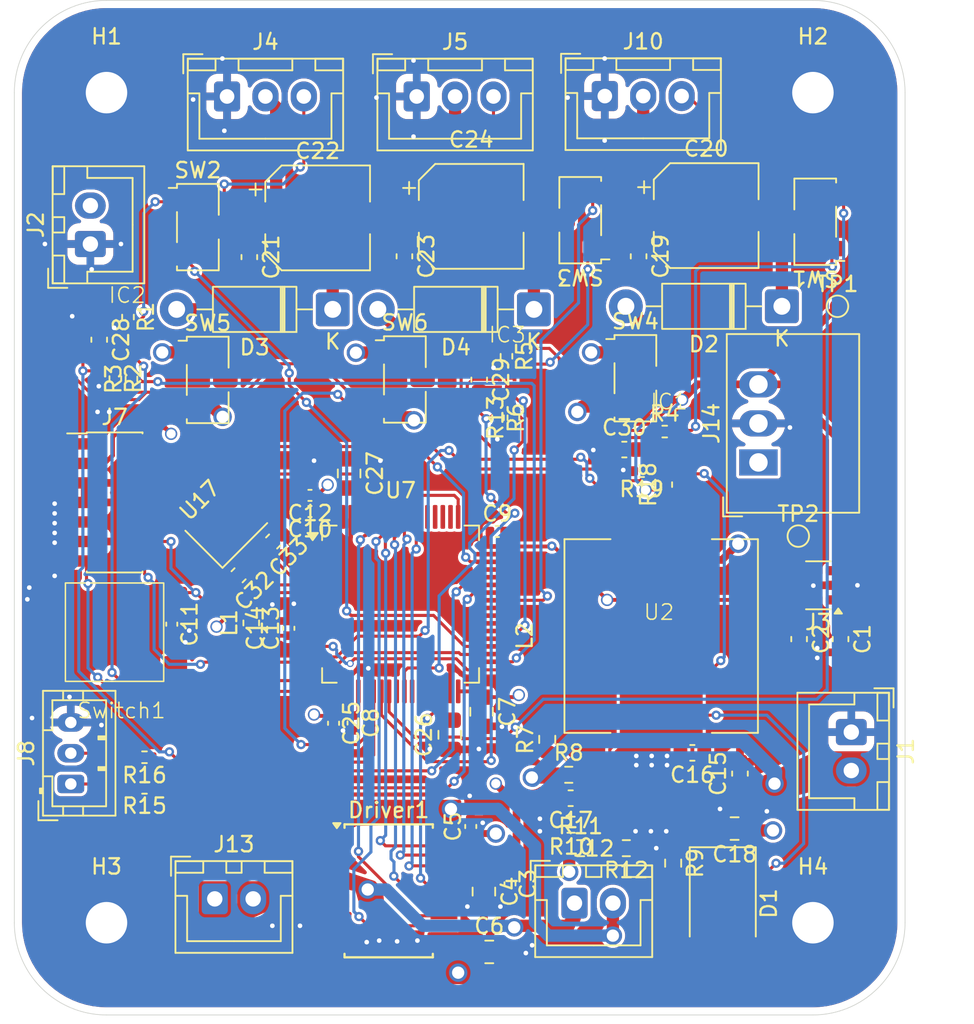
<source format=kicad_pcb>
(kicad_pcb (version 20241229) (generator "pcbnew") (generator_version "9.0")
  (title_block (title "pcb-routageservomouteurv1") (date "2025-07-10") (rev "PCB-SERVOversion1") (company "ARES ENSEA "))
  (layers (0 "F.Cu" signal) (4 "In1.Cu" signal) (6 "In2.Cu" signal) (2 "B.Cu" signal) (13 "F.Paste" user) (15 "B.Paste" user) (5 "F.SilkS" user "F.Silkscreen") (7 "B.SilkS" user "B.Silkscreen") (1 "F.Mask" user) (3 "B.Mask" user) (25 "Edge.Cuts" user))
  (net 0 "")
  (net 1 "+5V")
  (net 2 "GND")
  (net 3 "+3.3V")
  (net 4 "NRST")
  (net 5 "+3.3VA")
  (net 6 "+25V")
  (net 7 "/regulateur de tension/SW")
  (net 8 "Net-(U2-BST)")
  (net 9 "Net-(C17-Pad2)")
  (net 10 "Net-(U2-COMP)")
  (net 11 "+6V")
  (net 12 "Net-(J10-Pin_2)")
  (net 13 "Net-(D2-K)")
  (net 14 "Net-(J4-Pin_2)")
  (net 15 "Net-(D3-K)")
  (net 16 "Net-(J5-Pin_2)")
  (net 17 "Net-(D4-K)")
  (net 18 "Net-(C26-Pad2)")
  (net 19 "Net-(C27-Pad2)")
  (net 20 "Net-(IC2-VCC)")
  (net 21 "Net-(IC3-VCC)")
  (net 22 "Net-(IC1-VCC)")
  (net 23 "Osc_OUT")
  (net 24 "Osc_IN")
  (net 25 "Alim_servo1")
  (net 26 "Alim_servo2")
  (net 27 "Alim_servo3")
  (net 28 "BO1")
  (net 29 "AO2")
  (net 30 "AIN2")
  (net 31 "AO1")
  (net 32 "STBY")
  (net 33 "PWMA")
  (net 34 "BIN1")
  (net 35 "BIN2")
  (net 36 "BO2")
  (net 37 "PWMB")
  (net 38 "AIN1")
  (net 39 "DXL_PWR1")
  (net 40 "TX1_Enable_5V")
  (net 41 "RXD1_5V")
  (net 42 "TXD1_5V")
  (net 43 "TX2_Enable_5V")
  (net 44 "TXD2_5V")
  (net 45 "RXD2_5V")
  (net 46 "DXL_PWR2")
  (net 47 "TX3_Enable_5V")
  (net 48 "DXL_PWR3")
  (net 49 "RXD3_5V")
  (net 50 "TXD3_5V")
  (net 51 "+?V")
  (net 53 "PWM_UART2")
  (net 54 "PWM_UART3")
  (net 56 "STLINK_RX")
  (net 57 "SWDIO")
  (net 60 "SWCLK")
  (net 61 "STLINK_TX")
  (net 64 "Net-(J8-Pin_2)")
  (net 65 "Net-(J8-Pin_1)")
  (net 66 "PWM_UART1")
  (net 67 "/regulateur de tension/EN")
  (net 68 "Net-(U2-FREQ)")
  (net 69 "/regulateur de tension/FB")
  (net 70 "USART1_TX")
  (net 71 "USART1_RX")
  (net 72 "PWM1")
  (net 73 "PWM2")
  (net 74 "PWM3")
  (footprint "Button_Switch_SMD:Nidec_Copal_CAS-120A" (layer "F.Cu") (at 175.95 52.75)
    (property "Reference" "SW2")
    (property "Value" "SW_Nidec_CAS-120A1")
  )
  (footprint "Resistor_SMD:R_0402_1005Metric" (layer "F.Cu") (at 170.575 62.6 -90)
    (property "Reference" "R2")
    (property "Value" "10k")
  )
  (footprint "Resistor_SMD:R_0603_1608Metric" (layer "F.Cu") (at 203.85 93.15 180)
    (property "Reference" "R12")
    (property "Value" "40.2k")
  )
  (footprint "NC7WZ241K8X:UQFN8 1.6X1.6, 0.5P" (layer "F.Cu") (at 206.63 67.525)
    (property "Reference" "IC1")
    (property "Value" "NC7WZ241K8X")
  )
  (footprint "Button_Switch_SMD:Nidec_Copal_CAS-120A" (layer "F.Cu") (at 200.85 52.3 180)
    (property "Reference" "SW3")
    (property "Value" "SW_Nidec_CAS-120A1")
  )
  (footprint "Diode_THT:D_DO-41_SOD81_P10.16mm_Horizontal" (layer "F.Cu") (at 213.98 57.9 180)
    (property "Reference" "D2")
    (property "Value" "1N5819")
  )
  (footprint "Connector_JST:JST_XH_B3B-XH-A_1x03_P2.50mm_Vertical" (layer "F.Cu") (at 190.2 44.25)
    (property "Reference" "J5")
    (property "Value" "Conn_01x03")
  )
  (footprint "convertiseeur:MP1584-SOICP8" (layer "F.Cu") (at 205.475 89.9)
    (property "Reference" "U2")
    (property "Value" "~")
  )
  (footprint "Capacitor_SMD:C_0603_1608Metric" (layer "F.Cu") (at 189.4 54.65 -90)
    (property "Reference" "C23")
    (property "Value" "0.1µ")
  )
  (footprint "TestPoint:TestPoint_Pad_D1.0mm" (layer "F.Cu") (at 217.6 57.9)
    (property "Reference" "TP1")
    (property "Value" "TestPoint")
  )
  (footprint "Capacitor_SMD:C_0603_1608Metric" (layer "F.Cu") (at 169.525 60.075 -90)
    (property "Reference" "C28")
    (property "Value" "0.1µ")
  )
  (footprint "Diode_SMD:D_SMB" (layer "F.Cu") (at 210.13 96.75 -90)
    (property "Reference" "D1")
    (property "Value" "1N5822")
  )
  (footprint "Resistor_SMD:R_0402_1005Metric" (layer "F.Cu") (at 204.85 68.625 180)
    (property "Reference" "R19")
    (property "Value" "10k")
  )
  (footprint "NC7WZ241K8X:UQFN8 1.6X1.6, 0.5P" (layer "F.Cu") (at 196.1 63.175)
    (property "Reference" "IC3")
    (property "Value" "NC7WZ241K8X")
  )
  (footprint "Capacitor_SMD:C_0402_1005Metric" (layer "F.Cu") (at 183.25 70.2 180)
    (property "Reference" "C12")
    (property "Value" "100n")
  )
  (footprint "Capacitor_SMD:C_0603_1608Metric" (layer "F.Cu") (at 211.25 88.3 90)
    (property "Reference" "C15")
    (property "Value" "10u")
  )
  (footprint "Capacitor_SMD:C_0402_1005Metric" (layer "F.Cu") (at 186.055 85.005 -90)
    (property "Reference" "C8")
    (property "Value" "100n")
  )
  (footprint "Capacitor_SMD:C_0402_1005Metric" (layer "F.Cu") (at 183.25 71.25 180)
    (property "Reference" "C10")
    (property "Value" "100n")
  )
  (footprint "Resistor_SMD:R_0402_1005Metric" (layer "F.Cu") (at 171.4 58.6 -90)
    (property "Reference" "R1")
    (property "Value" "10k")
  )
  (footprint "Capacitor_SMD:C_0603_1608Metric" (layer "F.Cu") (at 178.6 75.4 -135)
    (property "Reference" "C32")
    (property "Value" "20p")
  )
  (footprint "Capacitor_SMD:C_0402_1005Metric" (layer "F.Cu") (at 174.25 78.58 -90)
    (property "Reference" "C11")
    (property "Value" "10n")
  )
  (footprint "Button_Switch_SMD:Nidec_Copal_CAS-120A" (layer "F.Cu") (at 176.59 62.69)
    (property "Reference" "SW5")
    (property "Value" "SW_Nidec_CAS-120A1")
  )
  (footprint "MountingHole:MountingHole_2.7mm_M2.5_Pad" (layer "F.Cu") (at 216 44)
    (property "Reference" "H2")
    (property "Value" "MountingHole_Pad")
  )
  (footprint "MountingHole:MountingHole_2.7mm_M2.5_Pad" (layer "F.Cu") (at 170 98)
    (property "Reference" "H3")
    (property "Value" "MountingHole_Pad")
  )
  (footprint "Resistor_SMD:R_0603_1608Metric" (layer "F.Cu") (at 198.7 86.075 90)
    (property "Reference" "R7")
    (property "Value" "24.9k")
  )
  (footprint "Connector_JST:JST_XH_B2B-XH-A_1x02_P2.50mm_Vertical" (layer "F.Cu") (at 177.05 96.45)
    (property "Reference" "J13")
    (property "Value" "Conn_01x02")
  )
  (footprint "Connector_JST:JST_XH_B2B-XH-A_1x02_P2.50mm_Vertical" (layer "F.Cu") (at 168.95 53.85 90)
    (property "Reference" "J2")
    (property "Value" "Conn_01x02")
  )
  (footprint "Resistor_SMD:R_0603_1608Metric" (layer "F.Cu") (at 200.875 93.15)
    (property "Reference" "R11")
    (property "Value" "261k")
  )
  (footprint "Capacitor_SMD:C_0805_2012Metric" (layer "F.Cu") (at 194.925 99.9)
    (property "Reference" "C6")
    (property "Value" "10u")
  )
  (footprint "Connector_JST:JST_XH_B3B-XH-A_1x03_P2.50mm_Vertical" (layer "F.Cu") (at 177.85 44.25)
    (property "Reference" "J4")
    (property "Value" "Conn_01x03")
  )
  (footprint "MountingHole:MountingHole_2.7mm_M2.5_Pad" (layer "F.Cu") (at 216 98)
    (property "Reference" "H4")
    (property "Value" "MountingHole_Pad")
  )
  (footprint "Capacitor_SMD:C_0402_1005Metric" (layer "F.Cu") (at 180.825 78.85 90)
    (property "Reference" "C14")
    (property "Value" "1u")
  )
  (footprint "Button_Switch_SMD:Nidec_Copal_CAS-120A" (layer "F.Cu") (at 216.15 52.4 180)
    (property "Reference" "SW1")
    (property "Value" "SW_Nidec_CAS-120A1")
  )
  (footprint "Capacitor_SMD:C_0603_1608Metric" (layer "F.Cu") (at 194.27 62.675 -90)
    (property "Reference" "C29")
    (property "Value" "0.1µ")
  )
  (footprint "Diode_THT:D_DO-41_SOD81_P10.16mm_Horizontal" (layer "F.Cu") (at 197.83 58.1 180)
    (property "Reference" "D4")
    (property "Value" "1N5819")
  )
  (footprint "Connector_JST:JST_XH_B2B-XH-A_1x02_P2.50mm_Vertical" (layer "F.Cu") (at 200.475 96.725)
    (property "Reference" "J12")
    (property "Value" "Conn_01x02")
  )
  (footprint "NRST:BOUTONPOUSSOIR" (layer "F.Cu") (at 170.975 84.7)
    (property "Reference" "Switch1")
    (property "Value" "430471025826")
    (property "VALUE" "430471025826" (hide yes))
  )
  (footprint "Capacitor_SMD:C_0805_2012Metric" (layer "F.Cu") (at 210.9 91.875 180)
    (property "Reference" "C18")
    (property "Value" "22u")
  )
  (footprint "Button_Switch_SMD:Nidec_Copal_CAS-120A" (layer "F.Cu") (at 189.43 62.66)
    (property "Reference" "SW6")
    (property "Value" "SW_Nidec_CAS-120A1")
  )
  (footprint "Capacitor_SMD:C_0805_2012Metric" (layer "F.Cu") (at 185.8 68.775 -90)
    (property "Reference" "C27")
    (property "Value" "2u2")
  )
  (footprint "Capacitor_SMD:C_0603_1608Metric" (layer "F.Cu") (at 204.65 54.65 -90)
    (property "Reference" "C19")
    (property "Value" "100n")
  )
  (footprint "Capacitor_SMD:C_0805_2012Metric" (layer "F.Cu") (at 192.35 85.775 90)
    (property "Reference" "C26")
    (property "Value" "2u2")
  )
  (footprint "Resistor_SMD:R_0402_1005Metric" (layer "F.Cu") (at 172.475 89.225 180)
    (property "Reference" "R15")
    (property "Value" "220")
  )
  (footprint "Capacitor_SMD:C_0603_1608Metric" (layer "F.Cu") (at 179.3 54.7 -90)
    (property "Reference" "C21")
    (property "Value" "0.1µ")
  )
  (footprint "Connector_JST:JST_XH_B2B-XH-A_1x02_P2.50mm_Vertical" (layer "F.Cu") (at 218.5 85.6 -90)
    (property "Reference" "J1")
    (property "Value" "Conn_01x02")
  )
  (footprint "Capacitor_SMD:C_0603_1608Metric_Pad1.08x0.95mm_HandSolder" (layer "F.Cu") (at 215.1 79.55 -90)
    (property "Reference" "C2")
    (property "Value" "1uF")
  )
  (footprint "Capacitor_SMD:C_0603_1608Metric" (layer "F.Cu") (at 203.72 67.22)
    (property "Reference" "C30")
    (property "Value" "0.1µ")
  )
  (footprint "Resistor_SMD:R_0402_1005Metric" (layer "F.Cu") (at 196.495 65.15 90)
    (property "Reference" "R13")
    (property "Value" "10k")
  )
  (footprint "Package_SO:SSOP-24_5.3x8.2mm_P0.65mm" (layer "F.Cu") (at 188.375 95.925)
    (property "Reference" "Driver1")
    (property "Value" "TB6612FNG")
  )
  (footprint "Resistor_SMD:R_0402_1005Metric" (layer "F.Cu") (at 171.625 62.625 90)
    (property "Reference" "R3")
    (property "Value" "10k")
  )
  (footprint "Resistor_SMD:R_0402_1005Metric" (layer "F.Cu") (at 196.045 61.15 -90)
    (property "Reference" "R5")
    (property "Value" "10k")
  )
  (footprint "Resistor_SMD:R_0603_1608Metric" (layer "F.Cu") (at 206.9 94.125 -90)
    (property "Reference" "R9")
    (property "Value" "100k")
  )
  (footprint "Capacitor_SMD:C_0603_1608Metric" (layer "F.Cu") (at 180.85 73.2 -135)
    (property "Reference" "C33")
    (property "Value" "20p")
  )
  (footprint "Capacitor_SMD:C_0402_1005Metric" (layer "F.Cu") (at 184.785 85.025 -90)
    (property "Reference" "C25")
    (property "Value" "100n")
  )
  (footprint "Crystal:Crystal_SMD_3225-4Pin_3.2x2.5mm" (layer "F.Cu") (at 177.8 72.25 45)
    (property "Reference" "U17")
    (property "Value" "~")
  )
  (footprint "Connector_JST:JST_PH_B3B-PH-K_1x03_P2.00mm_Vertical" (layer "F.Cu") (at 167.675 88.975 90)
    (property "Reference" "J8")
    (property "Value" "Conn_01x03")
  )
  (footprint "Capacitor_SMD:C_0402_1005Metric" (layer "F.Cu") (at 193.72 91.74 90)
    (property "Reference" "C5")
    (property "Value" "100n")
  )
  (footprint "Capacitor_SMD:C_0805_2012Metric" (layer "F.Cu") (at 194.575 95.975 -90)
    (property "Reference" "C4")
    (property "Value" "10u")
  )
  (footprint "Diode_THT:D_DO-41_SOD81_P10.16mm_Horizontal" (layer "F.Cu") (at 184.73 58.1 180)
    (property "Reference" "D3")
    (property "Value" "1N5819")
  )
  (footprint "Resistor_SMD:R_0603_1608Metric" (layer "F.Cu") (at 200.1 88.375)
    (property "Reference" "R8")
    (property "Value" "100k")
  )
  (footprint "Inductor_SMD:L_12x12mm_H4.5mm" (layer "F.Cu") (at 206.12 79.35 90)
    (property "Reference" "L2")
    (property "Value" "15u")
  )
  (footprint "Package_QFP:LQFP-64_10x10mm_P0.5mm" (layer "F.Cu") (at 189.15 77.275)
    (property "Reference" "U7")
    (property "Value" "STM32H573RITx")
  )
  (footprint "Resistor_SMD:R_0603_1608Metric" (layer "F.Cu") (at 200.25 91.625 180)
    (property "Reference" "R10")
    (property "Value" "100k")
  )
  (footprint "NC7WZ241K8X:UQFN8 1.6X1.6, 0.5P" (layer "F.Cu") (at 171.35 60.6)
    (property "Reference" "IC2")
    (property "Value" "NC7WZ241K8X")
  )
  (footprint "Capacitor_SMD:CP_Elec_6.3x5.7" (layer "F.Cu") (at 209.05 52)
    (property "Reference" "C20")
    (property "Value" "47µ")
  )
  (footprint "Resistor_SMD:R_0402_1005Metric" (layer "F.Cu") (at 195.495 65.15 -90)
    (property "Reference" "R6")
    (property "Value" "10k")
  )
  (footprint "MountingHole:MountingHole_2.7mm_M2.5_Pad" (layer "F.Cu") (at 170 44)
    (property "Reference" "H1")
    (property "Value" "MountingHole_Pad")
  )
  (footprint "Connector_PinHeader_1.27mm:PinHeader_2x07_P1.27mm_Vertical_SMD" (layer "F.Cu") (at 170.53 70.66)
    (property "Reference" "J7")
    (property "Value" "Conn_ST_STDC14")
  )
  (footprint "Inductor_SMD:L_0603_1608Metric" (layer "F.Cu") (at 179.425 78.5 90)
    (property "Reference" "L1")
    (property "Value" "39n")
  )
  (footprint "Capacitor_SMD:C_0402_1005Metric" (layer "F.Cu") (at 196.275 95.475 -90)
    (property "Reference" "C3")
    (property "Value" "100n")
  )
  (footprint "Resistor_SMD:R_0402_1005Metric" (layer "F.Cu") (at 172.475 87.235 180)
    (property "Reference" "R16")
    (property "Value" "220")
  )
  (footprint "TestPoint:TestPoint_Pad_D1.0mm" (layer "F.Cu") (at 215.05 72.85)
    (property "Reference" "TP2")
    (property "Value" "TestPoint")
  )
  (footprint "Capacitor_SMD:C_0603_1608Metric" (layer "F.Cu") (at 200.225 89.9 180)
    (property "Reference" "C17")
    (property "Value" "150p")
  )
  (footprint "Capacitor_SMD:CP_Elec_6.3x5.7" (layer "F.Cu") (at 193.75 52.05)
    (property "Reference" "C24")
    (property "Value" "47µ")
  )
  (footprint "Capacitor_SMD:C_0603_1608Metric" (layer "F.Cu") (at 208.15 86.95 180)
    (property "Reference" "C16")
    (property "Value" "100n")
  )
  (footprint "Resistor_SMD:R_0402_1005Metric" (layer "F.Cu") (at 206.35 66.05)
    (property "Reference" "R4")
    (property "Value" "10k")
  )
  (footprint "Capacitor_SMD:C_0805_2012Metric" (layer "F.Cu") (at 194.425 84.275 -90)
    (property "Reference" "C7")
    (property "Value" "4u7")
  )
  (footprint "Capacitor_SMD:CP_Elec_6.3x5.7" (layer "F.Cu") (at 183.75 52.15)
    (property "Reference" "C22")
    (property "Value" "47µ")
  )
  (footprint "Capacitor_SMD:C_0402_1005Metric" (layer "F.Cu") (at 195.45 72.55)
    (property "Reference" "C9")
    (property "Value" "100n")
  )
  (footprint "Connector_JST:JST_XH_B3B-XH-A_1x03_P2.50mm_Vertical" (layer "F.Cu") (at 202.45 44.225)
    (property "Reference" "J10")
    (property "Value" "Conn_01x03")
  )
  (footprint "Capacitor_SMD:C_0603_1608Metric_Pad1.08x0.95mm_HandSolder" (layer "F.Cu") (at 217.8 79.55 -90)
    (property "Reference" "C1")
    (property "Value" "1uF")
  )
  (footprint "Converter_DCDC:Converter_DCDC_RECOM_R-78B-2.0_THT" (layer "F.Cu") (at 212.4525 68.0575 90)
    (property "Reference" "J14")
    (property "Value" "R-78B5.0-2.0")
  )
  (footprint "Resistor_SMD:R_0402_1005Metric" (layer "F.Cu") (at 206.45 69.5 90)
    (property "Reference" "R18")
    (property "Value" "10k")
  )
  (footprint "Package_TO_SOT_SMD:SOT-23-5" (layer "F.Cu") (at 216.35 76.05 180)
    (property "Reference" "J3")
    (property "Value" "BU33SD5WG-TR")
  )
  (footprint "Button_Switch_SMD:Nidec_Copal_CAS-120A" (layer "F.Cu") (at 204.44 62.58)
    (property "Reference" "SW4")
    (property "Value" "SW_Nidec_CAS-120A1")
  )
  (footprint "Capacitor_SMD:C_0402_1005Metric" (layer "F.Cu") (at 181.875 78.85 90)
    (property "Reference" "C13")
    (property "Value" "10n")
  )
  (gr_arc (start 164 44) (mid 165.757359 39.757359) (end 170 38) (stroke (width 0.05)) (layer "Edge.Cuts"))
  (gr_line (start 222 98) (end 222 44) (stroke (width 0.05)) (layer "Edge.Cuts"))
  (gr_line (start 216 38) (end 170 38) (stroke (width 0.05)) (layer "Edge.Cuts"))
  (gr_arc (start 222 98) (mid 220.242641 102.242641) (end 216 104) (stroke (width 0.05)) (layer "Edge.Cuts"))
  (gr_arc (start 216 38) (mid 220.242641 39.757359) (end 222 44) (stroke (width 0.05)) (layer "Edge.Cuts"))
  (gr_arc (start 170 104) (mid 165.757359 102.242641) (end 164 98) (stroke (width 0.05)) (layer "Edge.Cuts"))
  (gr_line (start 164 44) (end 164 98) (stroke (width 0.05)) (layer "Edge.Cuts"))
  (gr_line (start 170 104) (end 216 104) (stroke (width 0.05)) (layer "Edge.Cuts"))
  (segment (start 199.491 65.241) (end 199.491 61.291057) (width 0.2) (layer "F.Cu") (net 1))
  (segment (start 219.2 75.1) (end 219.8 75.7) (width 0.5) (layer "F.Cu") (net 1))
  (segment (start 205.85 66.04) (end 205.84 66.05) (width 0.5) (layer "F.Cu") (net 1))
  (segment (start 193.093 65.093) (end 195.15 67.15) (width 0.2) (layer "F.Cu") (net 1))
  (segment (start 194.30489 60.64) (end 193.093 61.85189) (width 0.2) (layer "F.Cu") (net 1))
  (segment (start 183.918943 61.639) (end 180.930999 61.639) (width 0.2) (layer "F.Cu") (net 1))
  (segment (start 207.48625 63.97625) (end 206.92375 63.97625) (width 0.5) (layer "F.Cu") (net 1))
  (segment (start 179.078999 63.491) (end 172.593 63.491) (width 0.2) (layer "F.Cu") (net 1))
  (segment (start 217.4875 75.1) (end 219.2 75.1) (width 0.5) (layer "F.Cu") (net 1))
  (segment (start 172.593 63.491) (end 171.981 63.491) (width 0.2) (layer "F.Cu") (net 1))
  (segment (start 192.585 63.5) (end 185.779943 63.5) (width 0.2) (layer "F.Cu") (net 1))
  (segment (start 196.045 60.64) (end 194.30489 60.64) (width 0.2) (layer "F.Cu") (net 1))
  (segment (start 185.779943 63.5) (end 183.918943 61.639) (width 0.2) (layer "F.Cu") (net 1))
  (segment (start 200.225 65.975) (end 199.491 65.241) (width 0.2) (layer "F.Cu") (net 1))
  (segment (start 198.839943 60.64) (end 196.045 60.64) (width 0.2) (layer "F.Cu") (net 1))
  (segment (start 195.15 67.15) (end 195.8 67.15) (width 0.2) (layer "F.Cu") (net 1))
  (segment (start 199.491 61.291057) (end 198.839943 60.64) (width 0.2) (layer "F.Cu") (net 1))
  (segment (start 217.5 66.37) (end 217.5 75.0875) (width 0.5) (layer "F.Cu") (net 1))
  (segment (start 212.4525 62.9775) (end 212.5225 62.9775) (width 0.5) (layer "F.Cu") (net 1))
  (segment (start 206.92375 63.97625) (end 205.85 65.05) (width 0.5) (layer "F.Cu") (net 1))
  (segment (start 169.371057 63.971) (end 167.864 62.463943) (width 0.2) (layer "F.Cu") (net 1))
  (segment (start 193.093 61.85189) (end 193.093 64.008) (width 0.2) (layer "F.Cu") (net 1))
  (segment (start 171.981 63.491) (end 171.625 63.135) (width 0.2) (layer "F.Cu") (net 1))
  (segment (start 193.093 64.008) (end 193.093 65.093) (width 0.2) (layer "F.Cu") (net 1))
  (segment (start 206.29 69.85) (end 206.45 70.01) (width 0.2) (layer "F.Cu") (net 1))
  (segment (start 172.593 63.491) (end 172.113 63.971) (width 0.2) (layer "F.Cu") (net 1))
  (segment (start 219.8 75.7) (end 219.8 76.5) (width 0.5) (layer "F.Cu") (net 1))
  (segment (start 172.113 63.971) (end 169.371057 63.971) (width 0.2) (layer "F.Cu") (net 1))
  (segment (start 205.105 69.85) (end 206.29 69.85) (width 0.2) (layer "F.Cu") (net 1))
  (segment (start 212.4525 62.9775) (end 214.1075 62.9775) (width 0.5) (layer "F.Cu") (net 1))
  (segment (start 217.4875 78.375) (end 217.8 78.6875) (width 0.5) (layer "F.Cu") (net 1))
  (segment (start 167.864 59.73589) (end 169.50989 58.09) (width 0.2) (layer "F.Cu") (net 1))
  (segment (start 195.8 67.15) (end 196.495 66.455) (width 0.2) (layer "F.Cu") (net 1))
  (segment (start 208.485 62.9775) (end 207.48625 63.97625) (width 0.5) (layer "F.Cu") (net 1))
  (segment (start 169.50989 58.09) (end 171.4 58.09) (width 0.2) (layer "F.Cu") (net 1))
  (segment (start 205.85 65.05) (end 205.85 66.04) (width 0.5) (layer "F.Cu") (net 1))
  (segment (start 217.5 75.0875) (end 217.4875 75.1) (width 0.5) (layer "F.Cu") (net 1))
  (segment (start 219.8 76.5) (end 219.3 77) (width 0.5) (layer "F.Cu") (net 1))
  (segment (start 196.495 66.455) (end 196.495 65.66) (width 0.2) (layer "F.Cu") (net 1))
  (segment (start 217.4875 77) (end 217.4875 78.375) (width 0.5) (layer "F.Cu") (net 1))
  (segment (start 214.1075 62.9775) (end 217.5 66.37) (width 0.5) (layer "F.Cu") (net 1))
  (segment (start 193.093 64.008) (end 192.585 63.5) (width 0.2) (layer "F.Cu") (net 1))
  (segment (start 212.4525 62.9775) (end 208.485 62.9775) (width 0.5) (layer "F.Cu") (net 1))
  (segment (start 205.765 65.975) (end 200.225 65.975) (width 0.2) (layer "F.Cu") (net 1))
  (segment (start 167.864 62.463943) (end 167.864 59.73589) (width 0.2) (layer "F.Cu") (net 1))
  (segment (start 180.930999 61.639) (end 179.078999 63.491) (width 0.2) (layer "F.Cu") (net 1))
  (segment (start 212.5225 62.9775) (end 217.6 57.9) (width 0.5) (layer "F.Cu") (net 1))
  (segment (start 219.3 77) (end 217.4875 77) (width 0.5) (layer "F.Cu") (net 1))
  (segment (start 205.84 66.05) (end 205.765 65.975) (width 0.2) (layer "F.Cu") (net 1))
  (via (at 205.105 69.85) (size 0.8) (drill 0.6) (layers "F.Cu" "B.Cu") (net 1))
  (via (at 207.48625 63.97625) (size 0.8) (drill 0.6) (layers "F.Cu" "B.Cu") (net 1))
  (segment (start 205.74 64.77) (end 204.47 66.04) (width 0.2) (layer "B.Cu") (net 1))
  (segment (start 207.48625 63.97625) (end 206.6925 64.77) (width 0.2) (layer "B.Cu") (net 1))
  (segment (start 204.47 66.04) (end 204.47 69.215) (width 0.2) (layer "B.Cu") (net 1))
  (segment (start 206.6925 64.77) (end 205.74 64.77) (width 0.2) (layer "B.Cu") (net 1))
  (segment (start 204.47 69.215) (end 205.105 69.85) (width 0.2) (layer "B.Cu") (net 1))
  (segment (start 192.4 82.95) (end 192.4 81.4) (width 0.2) (layer "F.Cu") (net 2))
  (segment (start 203.65 68.55) (end 204.265 68.55) (width 0.2) (layer "F.Cu") (net 2))
  (segment (start 185.9 81.970588) (end 185.9 82.95) (width 0.25) (layer "F.Cu") (net 2))
  (segment (start 174.9 72.796016) (end 178.051992 75.948008) (width 0.3) (layer "F.Cu") (net 2))
  (segment (start 181.398008 72.651992) (end 181.398008 71.648008) (width 0.3) (layer "F.Cu") (net 2))
  (segment (start 195.45 66.55) (end 195.45 65.705) (width 0.25) (layer "F.Cu") (net 2))
  (segment (start 195.45 65.705) (end 195.495 65.66) (width 0.25) (layer "F.Cu") (net 2))
  (segment (start 186.420588 81.45) (end 185.9 81.970588) (width 0.25) (layer "F.Cu") (net 2))
  (segment (start 194.85 98.9) (end 194.85 100.8) (width 0.2) (layer "F.Cu") (net 2))
  (segment (start 177 69.5) (end 174.9 71.6) (width 0.3) (layer "F.Cu") (net 2))
  (segment (start 204.265 68.55) (end 204.34 68.625) (width 0.2) (layer "F.Cu") (net 2))
  (segment (start 181.398008 71.648008) (end 179.25 69.5) (width 0.3) (layer "F.Cu") (net 2))
  (segment (start 179.25 69.5) (end 177 69.5) (width 0.3) (layer "F.Cu") (net 2))
  (segment (start 187.05 81.45) (end 186.420588 81.45) (width 0.25) (layer "F.Cu") (net 2))
  (segment (start 174.9 71.6) (end 174.9 72.796016) (width 0.3) (layer "F.Cu") (net 2))
  (via (at 187.7568 99.1616) (size 0.6) (drill 0.3) (layers "F.Cu" "B.Cu") (net 2))
  (via (at 195.75 85.25) (size 0.45) (drill 0.3) (layers "F.Cu" "B.Cu") (net 2))
  (via (at 170.942 53.848) (size 0.6) (drill 0.3) (layers "F.Cu" "B.Cu") (net 2))
  (via (at 169.5 63.1) (size 0.45) (drill 0.3) (layers "F.Cu" "B.Cu") (net 2))
  (via (at 186.944 99.2632) (size 0.6) (drill 0.3) (layers "F.Cu" "B.Cu") (net 2))
  (via (at 200.025 44.323) (size 0.6) (drill 0.3) (layers "F.Cu" "B.Cu") (net 2))
  (via (at 195.2 61.9) (size 0.45) (drill 0.3) (layers "F.Cu" "B.Cu") (net 2))
  (via (at 166.624 75.438) (size 0.6) (drill 0.3) (layers "F.Cu" "B.Cu") (net 2))
  (via (at 167.5892 83.312) (size 0.6) (drill 0.3) (layers "F.Cu" "B.Cu") (net 2))
  (via (at 195.65 96.95) (size 0.45) (drill 0.3) (layers "F.Cu" "B.Cu") (net 2))
  (via (at 166.624 70.739) (size 0.6) (drill 0.3) (layers "F.Cu" "B.Cu") (net 2))
  (via (at 170.18 64.77) (size 0.6) (drill 0.3) (layers "F.Cu" "B.Cu") (net 2))
  (via (at 194.25 86.7) (size 0.45) (drill 0.3) (layers "F.Cu" "B.Cu") (net 2))
  (via (at 202.438 47.117) (size 0.6) (drill 0.3) (layers "F.Cu" "B.Cu") (net 2))
  (via (at 205.45 92.05) (size 0.45) (drill 0.3) (layers "F.Cu" "B.Cu") (net 2))
  (via (at 169.418 64.77) (size 0.6) (drill 0.3) (layers "F.Cu" "B.Cu") (net 2))
  (via (at 194.5 91.5) (size 0.45) (drill 0.3) (layers "F.Cu" "B.Cu") (net 2))
  (via (at 191.05 86.7) (size 0.45) (drill 0.3) (layers "F.Cu" "B.Cu") (net 2))
  (via (at 189.992 41.91) (size 0.6) (drill 0.3) (layers "F.Cu" "B.Cu") (net 2))
  (via (at 169.672 85.1408) (size 0.6) (drill 0.3) (layers "F.Cu" "B.Cu") (net 2))
  (via (at 198.2216 92.0496) (size 0.6) (drill 0.3) (layers "F.Cu" "B.Cu") (net 2))
  (via (at 216.281 80.772) (size 0.6) (drill 0.3) (layers "F.Cu" "B.Cu") (net 2))
  (via (at 190.246 99.1616) (size 0.6) (drill 0.3) (layers "F.Cu" "B.Cu") (net 2))
  (via (at 170.5 59.3) (size 0.45) (drill 0.3) (layers "F.Cu" "B.Cu") (net 2))
  (via (at 213 90.75) (size 0.6) (drill 0.3) (layers "F.Cu" "B.Cu") (net 2))
  (via (at 206.45 92.05) (size 0.45) (drill 0.3) (layers "F.Cu" "B.Cu") (net 2))
  (via (at 197.3072 99.9744) (size 0.6) (drill 0.3) (layers "F.Cu" "B.Cu") (net 2))
  (via (at 204.5 87.75) (size 0.45) (drill 0.3) (layers "F.Cu" "B.Cu") (net 2))
  (via (at 180.8 77.3) (size 0.45) (drill 0.3) (layers "F.Cu" "B.Cu") (net 2))
  (via (at 201.7 67.25) (size 0.6) (drill 0.3) (layers "F.Cu" "B.Cu") (net 2))
  (via (at 203.65 68.55) (size 0.45) (drill 0.3) (layers "F.Cu" "B.Cu") (net 2))
  (via (at 209.95 90.6) (size 0.45) (drill 0.3) (layers "F.Cu" "B.Cu") (net 2))
  (via (at 187.579 44.323) (size 0.6) (drill 0.3) (layers "F.Cu" "B.Cu") (net 2))
  (via (at 165.1508 84.6836) (size 0.6) (drill 0.3) (layers "F.Cu" "B.Cu") (net 2))
  (via (at 205.5 87.75) (size 0.45) (drill 0.3) (layers "F.Cu" "B.Cu") (net 2))
  (via (at 167.767 58.547) (size 0.6) (drill 0.3) (layers "F.Cu" "B.Cu") (net 2))
  (via (at 205.5 87.15) (size 0.45) (drill 0.3) (layers "F.Cu" "B.Cu") (net 2))
  (via (at 188.9252 99.2124) (size 0.6) (drill 0.3) (layers "F.Cu" "B.Cu") (net 2))
  (via (at 169.037 55.499) (size 0.6) (drill 0.3) (layers "F.Cu" "B.Cu") (net 2))
  (via (at 183.515 67.945) (size 0.6) (drill 0.3) (layers "F.Cu" "B.Cu") (net 2))
  (via (at 204.5 87.15) (size 0.45) (drill 0.3) (layers "F.Cu" "B.Cu") (net 2))
  (via (at 198.2216 91.2368) (size 0.6) (drill 0.3) (layers "F.Cu" "B.Cu") (net 2))
  (via (at 195.45 66.55) (size 0.45) (drill 0.3) (layers "F.Cu" "B.Cu") (net 2))
  (via (at 193.65 89.75) (size 0.45) (drill 0.3) (layers "F.Cu" "B.Cu") (net 2))
  (via (at 216.281 80.137) (size 0.6) (drill 0.3) (layers "F.Cu" "B.Cu") (net 2))
  (via (at 177.673 46.482) (size 0.6) (drill 0.3) (layers "F.Cu" "B.Cu") (net 2))
  (via (at 164.973 76.2) (size 0.6) (drill 0.3) (layers "F.Cu" "B.Cu") (net 2))
  (via (at 185.4 85.5) (size 0.45) (drill 0.3) (layers "F.Cu" "B.Cu") (net 2))
  (via (at 189.992 46.863) (size 0.6) (drill 0.3) (layers "F.Cu" "B.Cu") (net 2))
  (via (at 187.833 67.945) (size 0.6) (drill 0.3) (layers "F.Cu" "B.Cu") (net 2))
  (via (at 165.989 53.848) (size 0.6) (drill 0.3) (layers "F.Cu" "B.Cu") (net 2))
  (via (at 205.8 93.15) (size 0.45) (drill 0.3) (layers "F.Cu" "B.Cu") (net 2))
  (via (at 175.641 44.45) (size 0.6) (drill 0.3) (layers "F.Cu" "B.Cu") (net 2))
  (via (at 166.624 71.374) (size 0.6) (drill 0.3) (layers "F.Cu" "B.Cu") (net 2))
  (via (at 206.5 87.15) (size 0.45) (drill 0.3) (layers "F.Cu" "B.Cu") (net 2))
  (via (at 206.5 87.75) (size 0.45) (drill 0.3) (layers "F.Cu" "B.Cu") (net 2))
  (via (at 175.133 79.756) (size 0.6) (drill 0.3) (layers "F.Cu" "B.Cu") (net 2))
  (via (at 197.7136 99.4664) (size 0.6) (drill 0.3) (layers "F.Cu" "B.Cu") (net 2))
  (via (at 166.624 72.644) (size 0.6) (drill 0.3) (layers "F.Cu" "B.Cu") (net 2))
  (via (at 204.45 92.05) (size 0.45) (drill 0.3) (layers "F.Cu" "B.Cu") (net 2))
  (via (at 166.624 73.279) (size 0.6) (drill 0.3) (layers "F.Cu" "B.Cu") (net 2))
  (via (at 218.9 76.05) (size 0.6) (drill 0.3) (layers "F.Cu" "B.Cu") (net 2))
  (via (at 193.5 96.95) (size 0.45) (drill 0.3) (layers "F.Cu" "B.Cu") (net 2))
  (via (at 182.2 77.25) (size 0.45) (drill 0.3) (layers "F.Cu" "B.Cu") (net 2))
  (via (at 187.05 81.45) (size 0.45) (drill 0.3) (layers "F.Cu" "B.Cu") (net 2))
  (via (at 180.8 98.2) (size 0.6) (drill 0.3) (layers "F.Cu" "B.Cu") (net 2))
  (via (at 166.624 72.009) (size 0.6) (drill 0.3) (layers "F.Cu" "B.Cu") (net 2))
  (via (at 182.6 98.2) (size 0.6) (drill 0.3) (layers "F.Cu" "B.Cu") (net 2))
  (via (at 177.546 41.783) (size 0.6) (drill 0.3) (layers "F.Cu" "B.Cu") (net 2))
  (via (at 170.18 64.77) (size 0.6) (drill 0.3) (layers "F.Cu" "B.Cu") (net 2))
  (via (at 175.387 78.994) (size 0.6) (drill 0.3) (layers "F.Cu" "B.Cu") (net 2))
  (via (at 164.846 76.962) (size 0.6) (drill 0.3) (layers "F.Cu" "B.Cu") (net 2))
  (via (at 202.438 41.783) (size 0.6) (drill 0.3) (layers "F.Cu" "B.Cu") (net 2))
  (via (at 216.027 76.073) (size 0.6) (drill 0.3) (layers "F.Cu" "B.Cu") (net 2))
  (via (at 214.503 65.786) (size 0.6) (drill 0.3) (layers "F.Cu" "B.Cu") (net 2))
  (segment (start 169.88 68.12) (end 168.58 68.12) (width 0.3) (layer "F.Cu") (net 3))
  (segment (start 186.4 84.225) (end 186.4 82.95) (width 0.25) (layer "F.Cu") (net 3))
  (segment (start 174.208284 66.195539) (end 173.812745 65.8) (width 0.3) (layer "F.Cu") (net 3))
  (segment (start 215.05 72.85) (end 212.85 75.05) (width 0.25) (layer "F.Cu") (net 3))
  (segment (start 183.605 84.545) (end 185.025 84.545) (width 0.25) (layer "F.Cu") (net 3))
  (segment (start 184.4 69.53) (end 183.73 70.2) (width 0.25) (layer "F.Cu") (net 3))
  (segment (start 199.1 73.5) (end 199 73.5) (width 0.25) (layer "F.Cu") (net 3))
  (segment (start 171 65.8) (end 170.4 66.4) (width 0.3) (layer "F.Cu") (net 3))
  (segment (start 170.4 66.4) (end 170.4 67.6) (width 0.3) (layer "F.Cu") (net 3))
  (segment (start 184.18 71.25) (end 184.38 71.05) (width 0.25) (layer "F.Cu") (net 3))
  (segment (start 185.025 84.545) (end 185.045 84.525) (width 0.25) (layer "F.Cu") (net 3))
  (segment (start 183.515 84.455) (end 183.605 84.545) (width 0.25) (layer "F.Cu") (net 3))
  (segment (start 194.5 94.95) (end 194.575 95.025) (width 0.4) (layer "F.Cu") (net 3))
  (segment (start 215.2125 77) (end 212.85 77) (width 0.25) (layer "F.Cu") (net 3))
  (segment (start 183.455 73.505) (end 183.475 73.525) (width 0.25) (layer "F.Cu") (net 3))
  (segment (start 196.7 90.3) (end 196.7 94.57) (width 0.5) (layer "F.Cu") (net 3))
  (segment (start 184.38 71.05) (end 184.38 70.7) (width 0.25) (layer "F.Cu") (net 3))
  (segment (start 183.98 70.2) (end 185.155 71.375) (width 0.25) (layer "F.Cu") (net 3))
  (segment (start 194.575 95.025) (end 196.245 95.025) (width 0.4) (layer "F.Cu") (net 3))
  (segment (start 215.2125 78.575) (end 215.1 78.6875) (width 0.4) (layer "F.Cu") (net 3))
  (segment (start 215.2125 77) (end 215.2125 78.575) (width 0.4) (layer "F.Cu") (net 3))
  (segment (start 177.165 78.74) (end 178.1925 77.7125) (width 0.25) (layer "F.Cu") (net 3))
  (segment (start 185.155 71.375) (end 185.175 71.375) (width 0.25) (layer "F.Cu") (net 3))
  (segment (start 183.73 70.2) (end 183.98 70.2) (width 0.25) (layer "F.Cu") (net 3))
  (segment (start 173.812745 65.8) (end 171 65.8) (width 0.3) (layer "F.Cu") (net 3))
  (segment (start 194.825 73.525) (end 194.825 72.695) (width 0.25) (layer "F.Cu") (net 3))
  (segment (start 183.88 70.2) (end 183.73 70.2) (width 0.25) (layer "F.Cu") (net 3))
  (segment (start 183.73 71.7) (end 183.455 71.975) (width 0.25) (layer "F.Cu") (net 3))
  (segment (start 194.825 72.695) (end 194.97 72.55) (width 0.25) (layer "F.Cu") (net 3))
  (segment (start 196.71 83.325) (end 196.85 83.185) (width 0.25) (layer "F.Cu") (net 3))
  (segment (start 194.05 82.95) (end 194.425 83.325) (width 0.25) (layer "F.Cu") (net 3))
  (segment (start 199 73.5) (end 198.975 73.525) (width 0.25) (layer "F.Cu") (net 3))
  (segment (start 184.4 69.51) (end 184.4 69.53) (width 0.25) (layer "F.Cu") (net 3))
  (segment (start 192.9 82.95) (end 194.05 82.95) (width 0.25) (layer "F.Cu") (net 3))
  (segment (start 196.7 94.57) (end 196.275 94.995) (width 0.5) (layer "F.Cu") (net 3))
  (segment (start 194.425 83.325) (end 196.71 83.325) (width 0.25) (layer "F.Cu") (net 3))
  (segment (start 178.1925 77.7125) (end 179.425 77.7125) (width 0.25) (layer "F.Cu") (net 3))
  (segment (start 212.85 77) (end 202.6 77) (width 0.25) (layer "F.Cu") (net 3))
  (segment (start 170.4 67.6) (end 169.88 68.12) (width 0.3) (layer "F.Cu") (net 3))
  (segment (start 184.38 70.7) (end 183.88 70.2) (width 0.25) (layer "F.Cu") (net 3))
  (segment (start 185.175 71.375) (end 185.4 71.6) (width 0.25) (layer "F.Cu") (net 3))
  (segment (start 196.245 95.025) (end 196.275 94.995) (width 0.4) (layer "F.Cu") (net 3))
  (segment (start 185.045 84.525) (end 186.1 84.525) (width 0.25) (layer "F.Cu") (net 3))
  (segment (start 186.1 84.525) (end 186.4 84.225) (width 0.25) (layer "F.Cu") (net 3))
  (segment (start 183.73 71.25) (end 184.18 71.25) (width 0.25) (layer "F.Cu") (net 3))
  (segment (start 191.975 94.95) (end 194.5 94.95) (width 0.4) (layer "F.Cu") (net 3))
  (segment (start 195.35 88.95) (end 196.7 90.3) (width 0.5) (layer "F.Cu") (net 3))
  (segment (start 183.73 71.25) (end 183.73 71.7) (width 0.25) (layer "F.Cu") (net 3))
  (segment (start 198.975 73.525) (end 194.825 73.525) (width 0.25) (layer "F.Cu") (net 3))
  (segment (start 202.6 77) (end 199.1 73.5) (width 0.25) (layer "F.Cu") (net 3))
  (segment (start 183.455 71.975) (end 183.455 73.505) (width 0.25) (layer "F.Cu") (net 3))
  (segment (start 212.85 75.05) (end 212.85 77) (width 0.25) (layer "F.Cu") (net 3))
  (via (at 195.35 88.95) (size 0.8) (drill 0.6) (layers "F.Cu" "B.Cu") (net 3))
  (via (at 174.208284 66.195539) (size 0.8) (drill 0.6) (layers "F.Cu" "B.Cu") (net 3))
  (via (at 196.85 83.185) (size 0.8) (drill 0.6) (layers "F.Cu" "B.Cu") (net 3))
  (via (at 184.4 69.51) (size 0.8) (drill 0.6) (layers "F.Cu" "B.Cu") (net 3))
  (via (at 177.165 78.74) (size 0.8) (drill 0.6) (layers "F.Cu" "B.Cu") (net 3))
  (via (at 202.6 77) (size 0.8) (drill 0.6) (layers "F.Cu" "B.Cu") (net 3))
  (via (at 183.515 84.455) (size 0.8) (drill 0.6) (layers "F.Cu" "B.Cu") (net 3))
  (via (at 199 73.5) (size 0.6) (drill 0.3) (layers "F.Cu" "B.Cu") (net 3))
  (segment (start 174.475 76.8) (end 174.475 77.875) (width 0.2) (layer "F.Cu") (net 4))
  (segment (start 180.625 76.525) (end 183.475 76.525) (width 0.2) (layer "F.Cu") (net 4))
  (segment (start 174.475 77.875) (end 174.25 78.1) (width 0.2) (layer "F.Cu") (net 4))
  (segment (start 176.195 76.9) (end 180.25 76.9) (width 0.2) (layer "F.Cu") (net 4))
  (segment (start 175.82 76.525) (end 176.195 76.9) (width 0.2) (layer "F.Cu") (net 4))
  (segment (start 180.25 76.9) (end 180.625 76.525) (width 0.2) (layer "F.Cu") (net 4))
  (segment (start 174.2 73.2) (end 172.48 73.2) (width 0.2) (layer "F.Cu") (net 4))
  (segment (start 174.475 76.8) (end 174.75 76.525) (width 0.2) (layer "F.Cu") (net 4))
  (segment (start 174.75 76.525) (end 175.82 76.525) (width 0.2) (layer "F.Cu") (net 4))
  (via (at 175.82 76.525) (size 0.6) (drill 0.3) (layers "F.Cu" "B.Cu") (net 4))
  (via (at 174.2 73.2) (size 0.6) (drill 0.3) (layers "F.Cu" "B.Cu") (net 4))
  (segment (start 174.2 73.2) (end 174.2 74.95) (width 0.2) (layer "B.Cu") (net 4))
  (segment (start 175.775 76.525) (end 175.82 76.525) (width 0.2) (layer "B.Cu") (net 4))
  (segment (start 174.2 74.95) (end 175.775 76.525) (width 0.2) (layer "B.Cu") (net 4))
  (segment (start 180.825 79.33) (end 181.875 79.33) (width 0.25) (layer "F.Cu") (net 5))
  (segment (start 182.07 79.525) (end 183.475 79.525) (width 0.25) (layer "F.Cu") (net 5))
  (segment (start 180.7825 79.2875) (end 180.825 79.33) (width 0.25) (layer "F.Cu") (net 5))
  (segment (start 181.875 79.33) (end 182.07 79.525) (width 0.25) (layer "F.Cu") (net 5))
  (segment (start 179.425 79.2875) (end 180.7825 79.2875) (width 0.25) (layer "F.Cu") (net 5))
  (segment (start 199.1 88.55) (end 199.275 88.375) (width 0.2) (layer "F.Cu") (net 6))
  (segment (start 197.7 88.55) (end 199.1 88.55) (width 0.8) (layer "F.Cu") (net 6))
  (via (at 197.7 88.55) (size 1.2) (drill 0.8) (layers "F.Cu" "B.Cu") (net 6))
  (via (at 213.5 88.95) (size 1.2) (drill 0.8) (layers "F.Cu" "B.Cu") (net 6))
  (segment (start 200.29 86.15) (end 197.77 88.67) (width 1) (layer "B.Cu") (net 6))
  (segment (start 213.5 88.95) (end 213.5 88.2) (width 1) (layer "B.Cu") (net 6))
  (segment (start 211.45 86.15) (end 200.29 86.15) (width 1) (layer "B.Cu") (net 6))
  (segment (start 213.5 88.2) (end 211.45 86.15) (width 1) (layer "B.Cu") (net 6))
  (segment (start 202.775 86.725) (end 205.2 84.3) (width 0.2) (layer "F.Cu") (net 7))
  (segment (start 202.775 88.1) (end 202.775 86.725) (width 0.2) (layer "F.Cu") (net 7))
  (segment (start 207.375 85.555) (end 206.12 84.3) (width 0.2) (layer "F.Cu") (net 7))
  (segment (start 209.7 84.5) (end 206.32 84.5) (width 0.2) (layer "F.Cu") (net 7))
  (segment (start 213.6 94.13) (end 213.13 94.6) (width 0.2) (layer "F.Cu") (net 7))
  (segment (start 206.32 84.5) (end 206.12 84.3) (width 0.2) (layer "F.Cu") (net 7))
  (segment (start 205.2 84.3) (end 206.12 84.3) (width 0.2) (layer "F.Cu") (net 7))
  (segment (start 207.375 86.95) (end 207.375 85.555) (width 0.2) (layer "F.Cu") (net 7))
  (segment (start 213.13 94.6) (end 210.13 94.6) (width 0.2) (layer "F.Cu") (net 7))
  (via (at 209.7 84.5) (size 0.6) (drill 0.3) (layers "F.Cu" "B.Cu") (net 7))
  (via (at 213.6 94.13) (size 0.6) (drill 0.3) (layers "F.Cu" "B.Cu") (net 7))
  (segment (start 209.7 84.5) (end 213 84.5) (width 0.2) (layer "B.Cu") (net 7))
  (segment (start 213.6 94.13) (end 213.6 94.17) (width 0.2) (layer "B.Cu") (net 7))
  (segment (start 215.4 92.85) (end 214.12 94.13) (width 0.2) (layer "B.Cu") (net 7))
  (segment (start 214.12 94.13) (end 213.6 94.13) (width 0.2) (layer "B.Cu") (net 7))
  (segment (start 213 84.5) (end 215.4 86.9) (width 0.2) (layer "B.Cu") (net 7))
  (segment (start 215.4 86.9) (end 215.4 92.85) (width 0.2) (layer "B.Cu") (net 7))
  (segment (start 208.175 88.1) (end 208.175 87.7) (width 0.2) (layer "F.Cu") (net 8))
  (segment (start 208.175 87.7) (end 208.925 86.95) (width 0.2) (layer "F.Cu") (net 8))
  (segment (start 201.075 91.625) (end 199.45 90) (width 0.2) (layer "F.Cu") (net 9))
  (segment (start 199.45 90) (end 199.45 89.9) (width 0.2) (layer "F.Cu") (net 9))
  (segment (start 201 89.9) (end 201.77 90.67) (width 0.2) (layer "F.Cu") (net 10))
  (segment (start 201.77 90.67) (end 202.775 90.67) (width 0.2) (layer "F.Cu") (net 10))
  (segment (start 177.56 65.09) (end 176.91 64.44) (width 0.8) (layer "F.Cu") (net 11))
  (segment (start 195.35 92.2) (end 193.74 92.2) (width 0.45) (layer "F.Cu") (net 11))
  (segment (start 176.91 64.44) (end 175.44 64.44) (width 0.8) (layer "F.Cu") (net 11))
  (segment (start 210.08 74.4) (end 206.12 74.4) (width 0.5) (layer "F.Cu") (net 11))
  (segment (start 203.201184 64.418816) (end 203.29 64.33) (width 0.8) (layer "F.Cu") (net 11))
  (segment (start 213.4 92) (end 211.975 92) (width 0.8) (layer "F.Cu") (net 11))
  (segment (start 200.13 93.23) (end 200.05 93.15) (width 0.2) (layer "F.Cu") (net 11))
  (segment (start 190.02 65.32) (end 189.82 65.12) (width 0.8) (layer "F.Cu") (net 11))
  (segment (start 211.1375 73.3425) (end 210.08 74.4) (width 0.5) (layer "F.Cu") (net 11))
  (segment (start 193.72 92.22) (end 193.59 92.35) (width 0.45) (layer "F.Cu") (net 11))
  (segment (start 193.74 92.2) (end 193.72 92.22) (width 0.45) (layer "F.Cu") (net 11))
  (segment (start 188.99 65.12) (end 188.28 64.41) (width 0.8) (layer "F.Cu") (net 11))
  (segment (start 211.975 92) (end 211.85 91.875) (width 0.8) (layer "F.Cu") (net 11))
  (segment (start 200.66 64.77) (end 201.011184 64.418816) (width 0.8) (layer "F.Cu") (net 11))
  (segment (start 189.82 65.12) (end 188.99 65.12) (width 0.8) (layer "F.Cu") (net 11))
  (segment (start 193.59 92.35) (end 191.975 92.35) (width 0.45) (layer "F.Cu") (net 11))
  (segment (start 200.13 94.69) (end 200.13 93.23) (width 0.8) (layer "F.Cu") (net 11))
  (segment (start 201.011184 64.418816) (end 203.201184 64.418816) (width 0.8) (layer "F.Cu") (net 11))
  (via (at 200.13 94.69) (size 1.2) (drill 0.8) (layers "F.Cu" "B.Cu") (net 11))
  (via (at 213.4 92) (size 1.2) (drill 0.8) (layers "F.Cu" "B.Cu") (net 11))
  (via (at 190.02 65.32) (size 1.2) (drill 0.8) (layers "F.Cu" "B.Cu") (net 11))
  (via (at 195.35 92.2) (size 1.2) (drill 0.8) (layers "F.Cu" "B.Cu") (net 11))
  (via (at 192.9 101.25) (size 1.2) (drill 0.8) (layers "F.Cu" "B.Cu") (net 11))
  (via (at 211.1375 73.3425) (size 1.2) (drill 0.8) (layers "F.Cu" "B.Cu") (net 11))
  (via (at 177.56 65.09) (size 1.2) (drill 0.8) (layers "F.Cu" "B.Cu") (net 11))
  (via (at 200.66 64.77) (size 1.2) (drill 0.8) (layers "F.Cu" "B.Cu") (net 11))
  (segment (start 204.95 50.6) (end 204.95 44.225) (width 0.8) (layer "F.Cu") (net 12))
  (segment (start 204.65 53.875) (end 204.65 53.7) (width 0.8) (layer "F.Cu") (net 12))
  (segment (start 206.35 52) (end 204.95 50.6) (width 0.8) (layer "F.Cu") (net 12))
  (segment (start 204.65 53.7) (end 206.35 52) (width 0.8) (layer "F.Cu") (net 12))
  (segment (start 213.98 54.23) (end 211.75 52) (width 0.8) (layer "F.Cu") (net 13))
  (segment (start 213.98 57.9) (end 213.98 54.23) (width 0.8) (layer "F.Cu") (net 13))
  (segment (start 181.05 52.15) (end 181.05 44.95) (width 0.8) (layer "F.Cu") (net 14))
  (segment (start 179.3 53.925) (end 179.3 53.9) (width 0.8) (layer "F.Cu") (net 14))
  (segment (start 181.05 44.95) (end 180.35 44.25) (width 0.8) (layer "F.Cu") (net 14))
  (segment (start 179.3 53.9) (end 181.05 52.15) (width 0.8) (layer "F.Cu") (net 14))
  (segment (start 184.73 53.87) (end 186.45 52.15) (width 0.8) (layer "F.Cu") (net 15))
  (segment (start 184.73 58.1) (end 184.73 53.87) (width 0.8) (layer "F.Cu") (net 15))
  (segment (start 191.05 52.05) (end 192.7 50.4) (width 0.8) (layer "F.Cu") (net 16))
  (segment (start 192.7 50.4) (end 192.7 44.25) (width 0.8) (layer "F.Cu") (net 16))
  (segment (start 189.4 53.875) (end 189.4 53.7) (width 0.8) (layer "F.Cu") (net 16))
  (segment (start 189.4 53.7) (end 191.05 52.05) (width 0.8) (layer "F.Cu") (net 16))
  (segment (start 197.83 53.43) (end 196.45 52.05) (width 0.8) (layer "F.Cu") (net 17))
  (segment (start 197.83 58.1) (end 197.83 53.43) (width 0.8) (layer "F.Cu") (net 17))
  (segment (start 191.9 84.375) (end 192.35 84.825) (width 0.2) (layer "F.Cu") (net 18))
  (segment (start 191.9 82.95) (end 191.9 84.375) (width 0.2) (layer "F.Cu") (net 18))
  (segment (start 186.4 70.325) (end 185.8 69.725) (width 0.2) (layer "F.Cu") (net 19))
  (segment (start 186.4 71.6) (end 186.4 70.325) (width 0.2) (layer "F.Cu") (net 19))
  (segment (start 169.775 60.6) (end 170.77 60.6) (width 0.2) (layer "F.Cu") (net 20))
  (segment (start 169.525 60.85) (end 169.775 60.6) (width 0.2) (layer "F.Cu") (net 20))
  (segment (start 194.545 63.175) (end 195.52 63.175) (width 0.2) (layer "F.Cu") (net 21))
  (segment (start 194.27 63.45) (end 194.545 63.175) (width 0.2) (layer "F.Cu") (net 21))
  (segment (start 204.775 67.225) (end 205.075 67.525) (width 0.2) (layer "F.Cu") (net 22))
  (segment (start 205.075 67.525) (end 206.05 67.525) (width 0.2) (layer "F.Cu") (net 22))
  (segment (start 177.623223 73.628858) (end 178.846357 74.851992) (width 0.2) (layer "F.Cu") (net 23))
  (segment (start 180.321016 76.025) (end 183.475 76.025) (width 0.2) (layer "F.Cu") (net 23))
  (segment (start 179.148008 74.851992) (end 180.321016 76.025) (width 0.2) (layer "F.Cu") (net 23))
  (segment (start 178.846357 74.851992) (end 179.148008 74.851992) (width 0.2) (layer "F.Cu") (net 23))
  (segment (start 182.078984 75.525) (end 183.475 75.525) (width 0.2) (layer "F.Cu") (net 24))
  (segment (start 177.976777 70.871142) (end 177.976777 72.286772) (width 0.2) (layer "F.Cu") (net 24))
  (segment (start 177.976777 72.286772) (end 179.438013 73.748008) (width 0.2) (layer "F.Cu") (net 24))
  (segment (start 180.301992 73.748008) (end 182.078984 75.525) (width 0.2) (layer "F.Cu") (net 24))
  (segment (start 179.438013 73.748008) (end 180.301992 73.748008) (width 0.2) (layer "F.Cu") (net 24))
  (segment (start 203.82 57.9) (end 205.59 59.67) (width 0.8) (layer "F.Cu") (net 25))
  (segment (start 205.59 59.67) (end 205.59 62.58) (width 0.8) (layer "F.Cu") (net 25))
  (segment (start 174.57 58.1) (end 176.75 58.1) (width 0.8) (layer "F.Cu") (net 26))
  (segment (start 177.74 59.09) (end 177.74 62.69) (width 0.8) (layer "F.Cu") (net 26))
  (segment (start 176.75 58.1) (end 177.74 59.09) (width 0.8) (layer "F.Cu") (net 26))
  (segment (start 190.58 61.01) (end 190.58 62.66) (width 0.8) (layer "F.Cu") (net 27))
  (segment (start 187.67 58.1) (end 190.58 61.01) (width 0.8) (layer "F.Cu") (net 27))
  (segment (start 200.1 98.1) (end 200.475 97.725) (width 0.8) (layer "F.Cu") (net 29))
  (segment (start 200.475 97.725) (end 200.475 96.725) (width 0.8) (layer "F.Cu") (net 29))
  (segment (start 196.55 98.3) (end 196.65 98.2) (width 0.8) (layer "F.Cu") (net 29))
  (segment (start 196.65 98.2) (end 200.1 98.2) (width 0.8) (layer "F.Cu") (net 29))
  (segment (start 200.1 98.2) (end 200.1 98.1) (width 0.8) (layer "F.Cu") (net 29))
  (via (at 196.55 98.3) (size 1.2) (drill 0.8) (layers "F.Cu" "B.Cu") (net 29))
  (via (at 187.01 95.84) (size 1.2) (drill 0.8) (layers "F.Cu" "B.Cu") (net 29))
  (segment (start 190.59 98.2) (end 188.23 95.84) (width 0.8) (layer "B.Cu") (net 29))
  (segment (start 188.23 95.84) (end 187.01 95.84) (width 0.8) (layer "B.Cu") (net 29))
  (segment (start 196.55 98.3) (end 196.45 98.2) (width 0.8) (layer "B.Cu") (net 29))
  (segment (start 196.45 98.2) (end 190.59 98.2) (width 0.8) (layer "B.Cu") (net 29))
  (segment (start 189.57 73.048677) (end 189.4 72.878677) (width 0.2) (layer "F.Cu") (net 30))
  (segment (start 191.925 93.6) (end 191.975 93.65) (width 0.2) (layer "F.Cu") (net 30))
  (segment (start 189.57 73.048677) (end 189.61 73.008677) (width 0.2) (layer "F.Cu") (net 30))
  (segment (start 189.13 93.6) (end 191.925 93.6) (width 0.2) (layer "F.Cu") (net 30))
  (segment (start 189.4 72.878677) (end 189.4 71.6) (width 0.2) (layer "F.Cu") (net 30))
  (segment (start 189.449 71.649) (end 189.4 71.6) (width 0.2) (layer "F.Cu") (net 30))
  (via (at 189.13 93.6) (size 0.6) (drill 0.3) (layers "F.Cu" "B.Cu") (net 30))
  (via (at 189.57 73.048677) (size 0.6) (drill 0.3) (layers "F.Cu" "B.Cu") (net 30))
  (segment (start 189.36 93.37) (end 189.13 93.6) (width 0.2) (layer "B.Cu") (net 30))
  (segment (start 189.36 73.42) (end 189.36 93.37) (width 0.2) (layer "B.Cu") (net 30))
  (segment (start 189.57 73.048677) (end 189.57 73.21) (width 0.2) (layer "B.Cu") (net 30))
  (segment (start 189.57 73.21) (end 189.36 73.42) (width 0.2) (layer "B.Cu") (net 30))
  (segment (start 202.975 98.84) (end 202.975 96.725) (width 0.8) (layer "F.Cu") (net 31))
  (via (at 192.43 90.6) (size 1.2) (drill 0.8) (layers "F.Cu" "B.Cu") (net 31))
  (via (at 202.975 98.84) (size 1.2) (drill 0.8) (layers "F.Cu" "B.Cu") (net 31))
  (segment (start 198.77 98.84) (end 197.9 97.97) (width 0.8) (layer "B.Cu") (net 31))
  (segment (start 197.9 97.97) (end 197.9 93.002206) (width 0.8) (layer "B.Cu") (net 31))
  (segment (start 202.975 98.84) (end 198.77 98.84) (width 0.8) (layer "B.Cu") (net 31))
  (segment (start 197.9 93.002206) (end 195.497794 90.6) (width 0.8) (layer "B.Cu") (net 31))
  (segment (start 195.497794 90.6) (end 192.43 90.6) (width 0.8) (layer "B.Cu") (net 31))
  (segment (start 190.95 95.6) (end 191.975 95.6) (width 0.2) (layer "F.Cu") (net 32))
  (segment (start 191.4 82.95) (end 191.4 84.23) (width 0.2) (layer "F.Cu") (net 32))
  (segment (start 191.14 84.46) (end 190.9 84.7) (width 0.2) (layer "F.Cu") (net 32))
  (segment (start 191.17 84.46) (end 191.14 84.46) (width 0.2) (layer "F.Cu") (net 32))
  (segment (start 191.4 84.23) (end 191.17 84.46) (width 0.2) (layer "F.Cu") (net 32))
  (segment (start 190.45 95.1) (end 190.95 95.6) (width 0.2) (layer "F.Cu") (net 32))
  (via (at 190.45 95.1) (size 0.6) (drill 0.3) (layers "F.Cu" "B.Cu") (net 32))
  (via (at 190.9 84.7) (size 0.6) (drill 0.3) (layers "F.Cu" "B.Cu") (net 32))
  (segment (start 190.45 85.15) (end 190.9 84.7) (width 0.2) (layer "B.Cu") (net 32))
  (segment (start 190.45 95.1) (end 190.45 85.15) (width 0.2) (layer "B.Cu") (net 32))
  (segment (start 188.3 72.8429) (end 188.3 73.019259) (width 0.2) (layer "F.Cu") (net 33))
  (segment (start 188.17 93) (end 191.975 93) (width 0.2) (layer "F.Cu") (net 33))
  (segment (start 188.4 72.7429) (end 188.3 72.8429) (width 0.2) (layer "F.Cu") (net 33))
  (segment (start 188.159098 73.160161) (end 188.159098 73.939098) (width 0.2) (layer "F.Cu") (net 33))
  (segment (start 188.159098 73.939098) (end 188.18 73.96) (width 0.2) (layer "F.Cu") (net 33))
  (segment (start 188.3 73.019259) (end 188.159098 73.160161) (width 0.2) (layer "F.Cu") (net 33))
  (segment (start 187.83 92.66) (end 188.17 93) (width 0.2) (layer "F.Cu") (net 33))
  (segment (start 188.4 71.6) (end 188.4 72.7429) (width 0.2) (layer "F.Cu") (net 33))
  (via (at 188.18 73.96) (size 0.6) (drill 0.3) (layers "F.Cu" "B.Cu") (net 33))
  (via (at 187.83 92.66) (size 0.6) (drill 0.3) (layers "F.Cu" "B.Cu") (net 33))
  (segment (start 188.18 73.96) (end 188.18 92.31) (width 0.2) (layer "B.Cu") (net 33))
  (segment (start 187.83 92.66) (end 187.95 92.78) (width 0.2) (layer "B.Cu") (net 33))
  (segment (start 188.18 92.31) (end 187.83 92.66) (width 0.2) (layer "B.Cu") (net 33))
  (segment (start 188.739382 73.198682) (end 188.739382 72.970618) (width 0.2) (layer "F.Cu") (net 34))
  (segment (start 190.64 96.9) (end 188.71 94.97) (width 0.2) (layer "F.Cu") (net 34))
  (segment (start 188.739382 72.970618) (end 188.9 72.81) (width 0.2) (layer "F.Cu") (net 34))
  (segment (start 191.975 96.9) (end 190.64 96.9) (width 0.2) (layer "F.Cu") (net 34))
  (segment (start 188.760098 73.409104) (end 188.760098 73.219398) (width 0.2) (layer "F.Cu") (net 34))
  (segment (start 188.9 72.81) (end 188.9 71.6) (width 0.2) (layer "F.Cu") (net 34))
  (segment (start 188.760098 73.219398) (end 188.739382 73.198682) (width 0.2) (layer "F.Cu") (net 34))
  (via (at 188.760098 73.409104) (size 0.6) (drill 0.3) (layers "F.Cu" "B.Cu") (net 34))
  (via (at 188.71 94.97) (size 0.6) (drill 0.3) (layers "F.Cu" "B.Cu") (net 34))
  (segment (start 188.760098 73.409104) (end 188.82 73.469006) (width 0.2) (layer "B.Cu") (net 34))
  (segment (start 188.529 93.848943) (end 188.72 94.039943) (width 0.2) (layer "B.Cu") (net 34))
  (segment (start 188.529 93.351057) (end 188.529 93.848943) (width 0.2) (layer "B.Cu") (net 34))
  (segment (start 188.72 94.039943) (end 188.72 94.96) (width 0.2) (layer "B.Cu") (net 34))
  (segment (start 188.72 94.96) (end 188.71 94.97) (width 0.2) (layer "B.Cu") (net 34))
  (segment (start 188.82 93.060057) (end 188.529 93.351057) (width 0.2) (layer "B.Cu") (net 34))
  (segment (start 188.82 73.469006) (end 188.82 93.060057) (width 0.2) (layer "B.Cu") (net 34))
  (segment (start 186.41 93.71) (end 190.25 97.55) (width 0.2) (layer "F.Cu") (net 35))
  (segment (start 186.9 72.79) (end 186.9 71.6) (width 0.2) (layer "F.Cu") (net 35))
  (segment (start 186.53 73.09) (end 186.8 72.82) (width 0.2) (layer "F.Cu") (net 35))
  (segment (start 186.41 93.36) (end 186.41 93.71) (width 0.2) (layer "F.Cu") (net 35))
  (segment (start 190.25 97.55) (end 191.975 97.55) (width 0.2) (layer "F.Cu") (net 35))
  (segment (start 186.87 72.82) (end 186.9 72.79) (width 0.2) (layer "F.Cu") (net 35))
  (segment (start 186.8 72.82) (end 186.87 72.82) (width 0.2) (layer "F.Cu") (net 35))
  (via (at 186.53 73.09) (size 0.6) (drill 0.3) (layers "F.Cu" "B.Cu") (net 35))
  (via (at 186.41 93.36) (size 0.6) (drill 0.3) (layers "F.Cu" "B.Cu") (net 35))
  (segment (start 186.41 93.36) (end 186.41 73.52) (width 0.2) (layer "B.Cu") (net 35))
  (segment (start 186.53 73.4) (end 186.53 73.09) (width 0.2) (layer "B.Cu") (net 35))
  (segment (start 186.41 73.52) (end 186.53 73.4) (width 0.2) (layer "B.Cu") (net 35))
  (segment (start 186.44 97.6) (end 187.04 98.2) (width 0.2) (layer "F.Cu") (net 37))
  (segment (start 187.04 98.2) (end 191.975 98.2) (width 0.2) (layer "F.Cu") (net 37))
  (segment (start 187.9 72.852159) (end 187.55 73.202159) (width 0.2) (layer "F.Cu") (net 37))
  (segment (start 187.9 71.6) (end 187.9 72.852159) (width 0.2) (layer "F.Cu") (net 37))
  (via (at 186.44 97.6) (size 0.6) (drill 0.3) (layers "F.Cu" "B.Cu") (net 37))
  (via (at 187.55 73.202159) (size 0.6) (drill 0.3) (layers "F.Cu" "B.Cu") (net 37))
  (segment (start 187.75 91.12) (end 187.22 91.65) (width 0.2) (layer "B.Cu") (net 37))
  (segment (start 187.22 93.399943) (end 186.109 94.510943) (width 0.2) (layer "B.Cu") (net 37))
  (segment (start 187.55 74.3) (end 187.75 74.5) (width 0.2) (layer "B.Cu") (net 37))
  (segment (start 187.55 73.202159) (end 187.55 74.3) (width 0.2) (layer "B.Cu") (net 37))
  (segment (start 187.22 91.65) (end 187.22 93.399943) (width 0.2) (layer "B.Cu") (net 37))
  (segment (start 186.109 97.269) (end 186.44 97.6) (width 0.2) (layer "B.Cu") (net 37))
  (segment (start 186.109 94.510943) (end 186.109 97.269) (width 0.2) (layer "B.Cu") (net 37))
  (segment (start 187.75 74.5) (end 187.75 91.12) (width 0.2) (layer "B.Cu") (net 37))
  (segment (start 190.17 72.678824) (end 189.9 72.408824) (width 0.2) (layer "F.Cu") (net 38))
  (segment (start 189.91 94.3) (end 189.71 94.3) (width 0.2) (layer "F.Cu") (net 38))
  (segment (start 189.9 72.408824) (end 189.9 71.6) (width 0.2) (layer "F.Cu") (net 38))
  (segment (start 189.91 94.3) (end 191.975 94.3) (width 0.2) (layer "F.Cu") (net 38))
  (segment (start 189.71 94.3) (end 189.7 94.31) (width 0.2) (layer "F.Cu") (net 38))
  (segment (start 190.17 73.69) (end 190.17 72.678824) (width 0.2) (layer "F.Cu") (net 38))
  (via (at 190.17 73.69) (size 0.6) (drill 0.3) (layers "F.Cu" "B.Cu") (net 38))
  (via (at 189.7 94.31) (size 0.6) (drill 0.3) (layers "F.Cu" "B.Cu") (net 38))
  (segment (start 189.9 73.96) (end 190.17 73.69) (width 0.2) (layer "B.Cu") (net 38))
  (segment (start 189.7 94.31) (end 189.9 94.11) (width 0.2) (layer "B.Cu") (net 38))
  (segment (start 189.9 94.11) (end 189.9 73.96) (width 0.2) (layer "B.Cu") (net 38))
  (segment (start 206.86 66.05) (end 206.675 66.05) (width 0.2) (layer "F.Cu") (net 39))
  (segment (start 208.095 65.975) (end 208.36 65.71) (width 0.2) (layer "F.Cu") (net 39))
  (segment (start 206.63 66.925) (end 207.1 66.925) (width 0.2) (layer "F.Cu") (net 39))
  (segment (start 217.235 55.295) (end 217.235 54.215) (width 0.2) (layer "F.Cu") (net 39))
  (segment (start 206.86 66.05) (end 206.935 65.975) (width 0.2) (layer "F.Cu") (net 39))
  (segment (start 217.27 55.33) (end 217.235 55.295) (width 0.2) (layer "F.Cu") (net 39))
  (segment (start 206.935 65.975) (end 208.095 65.975) (width 0.2) (layer "F.Cu") (net 39))
  (segment (start 217.235 54.215) (end 217.3 54.15) (width 0.2) (layer "F.Cu") (net 39))
  (segment (start 206.63 66.095) (end 206.63 66.925) (width 0.2) (layer "F.Cu") (net 39))
  (segment (start 206.675 66.05) (end 206.63 66.095) (width 0.2) (layer "F.Cu") (net 39))
  (via (at 208.36 65.71) (size 0.6) (drill 0.3) (layers "F.Cu" "B.Cu") (net 39))
  (via (at 217.27 55.33) (size 0.6) (drill 0.3) (layers "F.Cu" "B.Cu") (net 39))
  (segment (start 217.27 55.25) (end 217.19 55.33) (width 0.2) (layer "B.Cu") (net 39))
  (segment (start 208.65 55.33) (end 208.36 55.62) (width 0.2) (layer "B.Cu") (net 39))
  (segment (start 217.27 55.33) (end 217.27 55.25) (width 0.2) (layer "B.Cu") (net 39))
  (segment (start 208.36 55.62) (end 208.36 65.71) (width 0.2) (layer "B.Cu") (net 39))
  (segment (start 217.19 55.33) (end 208.65 55.33) (width 0.2) (layer "B.Cu") (net 39))
  (segment (start 204.04989 66.44) (end 205.01466 66.44) (width 0.2) (layer "F.Cu") (net 40))
  (segment (start 187.79 66.36) (end 190.530057 66.36) (width 0.2) (layer "F.Cu") (net 40))
  (segment (start 203.696 66.79389) (end 204.04989 66.44) (width 0.2) (layer "F.Cu") (net 40))
  (segment (start 185.06 63.63) (end 187.79 66.36) (width 0.2) (layer "F.Cu") (net 40))
  (segment (start 202.839 68.489) (end 203.596 69.246) (width 0.2) (layer "F.Cu") (net 40))
  (segment (start 186.9 85.8629) (end 186.3529 86.41) (width 0.2) (layer "F.Cu") (net 40))
  (segment (start 192.659057 68.489) (end 202.839 68.489) (width 0.2) (layer "F.Cu") (net 40))
  (segment (start 205.01466 66.44) (end 205.49966 66.925) (width 0.2) (layer "F.Cu") (net 40))
  (segment (start 203.696 67.743) (end 202.95 68.489) (width 0.2) (layer "F.Cu") (net 40))
  (segment (start 203.596 69.246) (end 204.739 69.246) (width 0.2) (layer "F.Cu") (net 40))
  (segment (start 205.49966 66.925) (end 206.15 66.925) (width 0.2) (layer "F.Cu") (net 40))
  (segment (start 190.530057 66.36) (end 192.659057 68.489) (width 0.2) (layer "F.Cu") (net 40))
  (segment (start 186.9 82.95) (end 186.9 85.8629) (width 0.2) (layer "F.Cu") (net 40))
  (segment (start 202.95 68.489) (end 202.839 68.489) (width 0.2) (layer "F.Cu") (net 40))
  (segment (start 186.3529 86.41) (end 182.67 86.41) (width 0.2) (layer "F.Cu") (net 40))
  (segment (start 206.15 68.125) (end 205.86 68.125) (width 0.2) (layer "F.Cu") (net 40))
  (segment (start 205.86 68.125) (end 205.36 68.625) (width 0.2) (layer "F.Cu") (net 40))
  (segment (start 204.739 69.246) (end 205.36 68.625) (width 0.2) (layer "F.Cu") (net 40))
  (segment (start 203.696 67.743) (end 203.696 66.79389) (width 0.2) (layer "F.Cu") (net 40))
  (via (at 182.67 86.41) (size 0.6) (drill 0.3) (layers "F.Cu" "B.Cu") (net 40))
  (via (at 185.06 63.63) (size 0.6) (drill 0.3) (layers "F.Cu" "B.Cu") (net 40))
  (segment (start 182.67 86.41) (end 181.61 85.35) (width 0.2) (layer "B.Cu") (net 40))
  (segment (start 181.61 64.710057) (end 182.771057 63.549) (width 0.2) (layer "B.Cu") (net 40))
  (segment (start 184.979 63.549) (end 185.06 63.63) (width 0.2) (layer "B.Cu") (net 40))
  (segment (start 182.771057 63.549) (end 184.979 63.549) (width 0.2) (layer "B.Cu") (net 40))
  (segment (start 181.61 85.35) (end 181.61 64.710057) (width 0.2) (layer "B.Cu") (net 40))
  (segment (start 186.3429 79.36) (end 184.9929 80.71) (width 0.2) (layer "F.Cu") (net 41))
  (segment (start 207.4 70.69) (end 207.4 69.94) (width 0.2) (layer "F.Cu") (net 41))
  (segment (start 206.63 68.81) (end 206.63 68.125) (width 0.2) (layer "F.Cu") (net 41))
  (segment (start 200.75 67.85) (end 200.88 67.72) (width 0.2) (layer "F.Cu") (net 41))
  (segment (start 206.45 68.99) (end 206.63 68.81) (width 0.2) (layer "F.Cu") (net 41))
  (segment (start 192.87 67.85) (end 200.75 67.85) (width 0.2) (layer "F.Cu") (net 41))
  (segment (start 184.9929 80.71) (end 184.590057 80.71) (width 0.2) (layer "F.Cu") (net 41))
  (segment (start 192.3 67.28) (end 192.87 67.85) (width 0.2) (layer "F.Cu") (net 41))
  (segment (start 184.405057 80.525) (end 183.475 80.525) (width 0.2) (layer "F.Cu") (net 41))
  (segment (start 207.4 69.94) (end 206.45 68.99) (width 0.2) (layer "F.Cu") (net 41))
  (segment (start 190.37 79.36) (end 186.3429 79.36) (width 0.2) (layer "F.Cu") (net 41))
  (segment (start 203.07 70.69) (end 207.4 70.69) (width 0.2) (layer "F.Cu") (net 41))
  (segment (start 184.590057 80.71) (end 184.405057 80.525) (width 0.2) (layer "F.Cu") (net 41))
  (segment (start 201.47 69.09) (end 203.07 70.69) (width 0.2) (layer "F.Cu") (net 41))
  (segment (start 190.745 78.985) (end 190.37 79.36) (width 0.2) (layer "F.Cu") (net 41))
  (via (at 201.47 69.09) (size 0.6) (drill 0.3) (layers "F.Cu" "B.Cu") (net 41))
  (via (at 190.745 78.985) (size 0.6) (drill 0.3) (layers "F.Cu" "B.Cu") (net 41))
  (via (at 192.3 67.28) (size 0.6) (drill 0.3) (layers "F.Cu" "B.Cu") (net 41))
  (via (at 200.88 67.72) (size 0.6) (drill 0.3) (layers "F.Cu" "B.Cu") (net 41))
  (segment (start 190.745 78.985) (end 190.949 78.781) (width 0.2) (layer "B.Cu") (net 41))
  (segment (start 201.28 68.05) (end 201.28 68.9) (width 0.2) (layer "B.Cu") (net 41))
  (segment (start 201.28 68.9) (end 201.47 69.09) (width 0.2) (layer "B.Cu") (net 41))
  (segment (start 190.949 68.101057) (end 191.770057 67.28) (width 0.2) (layer "B.Cu") (net 41))
  (segment (start 200.88 67.72) (end 200.95 67.72) (width 0.2) (layer "B.Cu") (net 41))
  (segment (start 200.95 67.72) (end 201.28 68.05) (width 0.2) (layer "B.Cu") (net 41))
  (segment (start 191.770057 67.28) (end 192.3 67.28) (width 0.2) (layer "B.Cu") (net 41))
  (segment (start 190.949 78.781) (end 190.949 68.101057) (width 0.2) (layer "B.Cu") (net 41))
  (segment (start 209.4 81.55) (end 210 80.95) (width 0.2) (layer "F.Cu") (net 42))
  (segment (start 207.775 68.8) (end 207.1 68.125) (width 0.2) (layer "F.Cu") (net 42))
  (segment (start 185.871232 81.141232) (end 185.871232 81.108768) (width 0.2) (layer "F.Cu") (net 42))
  (segment (start 185.871232 81.108768) (end 186.15 80.83) (width 0.2) (layer "F.Cu") (net 42))
  (segment (start 192.78 80.83) (end 193.5 81.55) (width 0.2) (layer "F.Cu") (net 42))
  (segment (start 208.9 68.8) (end 207.775 68.8) (width 0.2) (layer "F.Cu") (net 42))
  (segment (start 184.755 80.025) (end 183.475 80.025) (width 0.2) (layer "F.Cu") (net 42))
  (segment (start 193.5 81.55) (end 209.4 81.55) (width 0.2) (layer "F.Cu") (net 42))
  (segment (start 186.15 80.83) (end 192.78 80.83) (width 0.2) (layer "F.Cu") (net 42))
  (segment (start 208.92 68.78) (end 208.9 68.8) (width 0.2) (layer "F.Cu") (net 42))
  (via (at 208.92 68.78) (size 0.6) (drill 0.3) (layers "F.Cu" "B.Cu") (net 42))
  (via (at 184.755 80.025) (size 0.6) (drill 0.3) (layers "F.Cu" "B.Cu") (net 42))
  (via (at 185.871232 81.141232) (size 0.45) (drill 0.3) (layers "F.Cu" "B.Cu") (net 42))
  (via (at 210 80.95) (size 0.6) (drill 0.3) (layers "F.Cu" "B.Cu") (net 42))
  (segment (start 184.99 80.26) (end 184.755 80.025) (width 0.2) (layer "B.Cu") (net 42))
  (segment (start 185.871232 81.141232) (end 185.601232 81.141232) (width 0.2) (layer "B.Cu") (net 42))
  (segment (start 210.23 80.72) (end 210.23 70.45) (width 0.2) (layer "B.Cu") (net 42))
  (segment (start 185.601232 81.141232) (end 184.99 80.53) (width 0.2) (layer "B.Cu") (net 42))
  (segment (start 210.23 70.45) (end 210.23 70.09) (width 0.2) (layer "B.Cu") (net 42))
  (segment (start 210.23 70.09) (end 208.92 68.78) (width 0.2) (layer "B.Cu") (net 42))
  (segment (start 210 80.95) (end 210.23 80.72) (width 0.2) (layer "B.Cu") (net 42))
  (segment (start 184.99 80.53) (end 184.99 80.26) (width 0.2) (layer "B.Cu") (net 42))
  (segment (start 187.4 82.95) (end 187.4 87.08) (width 0.2) (layer "F.Cu") (net 43))
  (segment (start 170.575 62.09) (end 170.575 61.495) (width 0.2) (layer "F.Cu") (net 43))
  (segment (start 174.78 87.57) (end 174.095 86.885) (width 0.2) (layer "F.Cu") (net 43))
  (segment (start 168.465 60.325) (end 168.691 60.099) (width 0.2) (layer "F.Cu") (net 43))
  (segment (start 187.4 87.08) (end 186.93 87.55) (width 0.2) (layer "F.Cu") (net 43))
  (segment (start 185.76 87.57) (end 174.78 87.57) (width 0.2) (layer "F.Cu") (net 43))
  (segment (start 168.464 62.1) (end 168.465 62.099) (width 0.2) (layer "F.Cu") (net 43))
  (segment (start 168.465 62.099) (end 168.465 60.325) (width 0.2) (layer "F.Cu") (net 43))
  (segment (start 168.464 62.1) (end 170.565 62.1) (width 0.2) (layer "F.Cu") (net 43))
  (segment (start 170.565 62.1) (end 170.575 62.09) (width 0.2) (layer "F.Cu") (net 43))
  (segment (start 170.771 60.099) (end 170.87 60) (width 0.2) (layer "F.Cu") (net 43))
  (segment (start 186.93 87.55) (end 185.78 87.55) (width 0.2) (layer "F.Cu") (net 43))
  (segment (start 168.691 60.099) (end 170.771 60.099) (width 0.2) (layer "F.Cu") (net 43))
  (segment (start 170.575 61.495) (end 170.87 61.2) (width 0.2) (layer "F.Cu") (net 43))
  (segment (start 174.095 86.885) (end 174.05 86.84) (width 0.2) (layer "F.Cu") (net 43))
  (segment (start 185.78 87.55) (end 185.76 87.57) (width 0.2) (layer "F.Cu") (net 43))
  (via (at 168.464 62.1) (size 0.6) (drill 0.3) (layers "F.Cu" "B.Cu") (net 43))
  (via (at 174.095 86.885) (size 0.6) (drill 0.3) (layers "F.Cu" "B.Cu") (net 43))
  (segment (start 168.194 81.643943) (end 173.435057 86.885) (width 0.2) (layer "B.Cu") (net 43))
  (segment (start 173.435057 86.885) (end 174.095 86.885) (width 0.2) (layer "B.Cu") (net 43))
  (segment (start 168.464 74.886) (end 168.194 75.156) (width 0.2) (layer "B.Cu") (net 43))
  (segment (start 168.194 75.156) (end 168.194 81.643943) (width 0.2) (layer "B.Cu") (net 43))
  (segment (start 168.464 62.1) (end 168.464 74.886) (width 0.2) (layer "B.Cu") (net 43))
  (segment (start 194.8 80.55) (end 194.825 80.525) (width 0.2) (layer "F.Cu") (net 44))
  (segment (start 185.841 80.429) (end 192.9461 80.429) (width 0.2) (layer "F.Cu") (net 44))
  (segment (start 192.9461 80.429) (end 193.0671 80.55) (width 0.2) (layer "F.Cu") (net 44))
  (segment (start 172.315741 61.69) (end 172.31 61.69) (width 0.2) (layer "F.Cu") (net 44))
  (segment (start 172.31 61.69) (end 171.82 61.2) (width 0.2) (layer "F.Cu") (net 44))
  (segment (start 184.019 82.251) (end 185.841 80.429) (width 0.2) (layer "F.Cu") (net 44))
  (segment (start 170.36 81.72) (end 170.891 82.251) (width 0.2) (layer "F.Cu") (net 44))
  (segment (start 193.0671 80.55) (end 194.8 80.55) (width 0.2) (layer "F.Cu") (net 44))
  (segment (start 170.891 82.251) (end 184.019 82.251) (width 0.2) (layer "F.Cu") (net 44))
  (segment (start 172.418803 61.793062) (end 172.315741 61.69) (width 0.2) (layer "F.Cu") (net 44))
  (via (at 170.36 81.72) (size 0.6) (drill 0.3) (layers "F.Cu" "B.Cu") (net 44))
  (via (at 172.418803 61.793062) (size 0.6) (drill 0.3) (layers "F.Cu" "B.Cu") (net 44))
  (segment (start 170.36 65.63) (end 170.36 81.72) (width 0.2) (layer "B.Cu") (net 44))
  (segment (start 172.53 63.46) (end 170.36 65.63) (width 0.2) (layer "B.Cu") (net 44))
  (segment (start 172.418803 61.793062) (end 172.53 61.904259) (width 0.2) (layer "B.Cu") (net 44))
  (segment (start 172.53 61.904259) (end 172.53 63.46) (width 0.2) (layer "B.Cu") (net 44))
  (segment (start 173.34 62.8) (end 172.31 62.8) (width 0.2) (layer "F.Cu") (net 45))
  (segment (start 196.445 81.025) (end 196.69 80.78) (width 0.2) (layer "F.Cu") (net 45))
  (segment (start 194.825 81.025) (end 196.445 81.025) (width 0.2) (layer "F.Cu") (net 45))
  (segment (start 172.31 62.8) (end 171.625 62.115) (width 0.2) (layer "F.Cu") (net 45))
  (segment (start 171.35 61.84) (end 171.35 61.2) (width 0.2) (layer "F.Cu") (net 45))
  (segment (start 171.625 62.115) (end 171.35 61.84) (width 0.2) (layer "F.Cu") (net 45))
  (via (at 196.69 80.78) (size 0.6) (drill 0.3) (layers "F.Cu" "B.Cu") (net 45))
  (via (at 173.34 62.8) (size 0.6) (drill 0.3) (layers "F.Cu" "B.Cu") (net 45))
  (segment (start 197.69 62.91) (end 173.45 62.91) (width 0.2) (layer "B.Cu") (net 45))
  (segment (start 196.69 80.78) (end 197.851 79.619) (width 0.2) (layer "B.Cu") (net 45))
  (segment (start 173.45 62.91) (end 173.34 62.8) (width 0.2) (layer "B.Cu") (net 45))
  (segment (start 197.851 79.619) (end 197.851 63.071) (width 0.2) (layer "B.Cu") (net 45))
  (segment (start 197.851 63.071) (end 197.69 62.91) (width 0.2) (layer "B.Cu") (net 45))
  (segment (start 172.42 58.56) (end 171.87 59.11) (width 0.2) (layer "F.Cu") (net 46))
  (segment (start 171.35 59.16) (end 171.4 59.11) (width 0.2) (layer "F.Cu") (net 46))
  (segment (start 171.35 60) (end 171.35 59.16) (width 0.2) (layer "F.Cu") (net 46))
  (segment (start 174.7 51.1) (end 174.8 51) (width 0.2) (layer "F.Cu") (net 46))
  (segment (start 172.42 58.23) (end 172.42 58.56) (width 0.2) (layer "F.Cu") (net 46))
  (segment (start 171.87 59.11) (end 171.4 59.11) (width 0.2) (layer "F.Cu") (net 46))
  (segment (start 171.82 60) (end 171.35 60) (width 0.2) (layer "F.Cu") (net 46))
  (segment (start 173.17 51.1) (end 174.7 51.1) (width 0.2) (layer "F.Cu") (net 46))
  (via (at 173.17 51.1) (size 0.6) (drill 0.3) (layers "F.Cu" "B.Cu") (net 46))
  (via (at 172.42 58.23) (size 0.6) (drill 0.3) (layers "F.Cu" "B.Cu") (net 46))
  (segment (start 172.42 51.85) (end 173.17 51.1) (width 0.2) (layer "B.Cu") (net 46))
  (segment (start 172.42 58.23) (end 172.42 51.85) (width 0.2) (layer "B.Cu") (net 46))
  (segment (start 193.84389 62.651) (end 195.544 62.651) (width 0.2) (layer "F.Cu") (net 47))
  (segment (start 190.931057 87.519) (end 187.9 84.487943) (width 0.2) (layer "F.Cu") (net 47))
  (segment (start 195.025 70.335) (end 196.05 71.36) (width 0.2) (layer "F.Cu") (net 47))
  (segment (start 187.9 84.487943) (end 187.9 82.95) (width 0.2) (layer "F.Cu") (net 47))
  (segment (start 193.494 63.00089) (end 193.84389 62.651) (width 0.2) (layer "F.Cu") (net 47))
  (segment (start 195.495 64.64) (end 195.495 63.9) (width 0.2) (layer "F.Cu") (net 47))
  (segment (start 193.494 63.994) (end 193.494 63.00089) (width 0.2) (layer "F.Cu") (net 47))
  (segment (start 194.715 65.215) (end 193.494 63.994) (width 0.2) (layer "F.Cu") (net 47))
  (segment (start 195.495 63.9) (end 195.62 63.775) (width 0.2) (layer "F.Cu") (net 47))
  (segment (start 194.92 65.215) (end 195.495 64.64) (width 0.2) (layer "F.Cu") (net 47))
  (segment (start 195.544 62.651) (end 195.62 62.575) (width 0.2) (layer "F.Cu") (net 47))
  (segment (start 191.63984 87.526) (end 191.63284 87.519) (width 0.2) (layer "F.Cu") (net 47))
  (segment (start 191.63284 87.519) (end 190.931057 87.519) (width 0.2) (layer "F.Cu") (net 47))
  (segment (start 196.05 71.36) (end 196.59 71.36) (width 0.2) (layer "F.Cu") (net 47))
  (segment (start 194.715 65.215) (end 194.92 65.215) (width 0.2) (layer "F.Cu") (net 47))
  (segment (start 194.974 87.526) (end 191.63984 87.526) (width 0.2) (layer "F.Cu") (net 47))
  (segment (start 195.051041 87.448959) (end 194.974 87.526) (width 0.2) (layer "F.Cu") (net 47))
  (via (at 194.715 65.215) (size 0.6) (drill 0.3) (layers "F.Cu" "B.Cu") (net 47))
  (via (at 195.025 70.335) (size 0.6) (drill 0.3) (layers "F.Cu" "B.Cu") (net 47))
  (via (at 195.051041 87.448959) (size 0.6) (drill 0.3) (layers "F.Cu" "B.Cu") (net 47))
  (via (at 196.59 71.36) (size 0.6) (drill 0.3) (layers "F.Cu" "B.Cu") (net 47))
  (segment (start 195.05 86.56) (end 195.05 72.85) (width 0.2) (layer "B.Cu") (net 47))
  (segment (start 195.051041 87.448959) (end 195.051041 86.561041) (width 0.2) (layer "B.Cu") (net 47))
  (segment (start 195.051041 86.561041) (end 195.05 86.56) (width 0.2) (layer "B.Cu") (net 47))
  (segment (start 194.715 70.025) (end 194.715 65.215) (width 0.2) (layer "B.Cu") (net 47))
  (segment (start 196.53 71.37) (end 196.6 71.37) (width 0.2) (layer "B.Cu") (net 47))
  (segment (start 195.05 72.85) (end 196.53 71.37) (width 0.2) (layer "B.Cu") (net 47))
  (segment (start 196.6 71.37) (end 196.59 71.36) (width 0.2) (layer "B.Cu") (net 47))
  (segment (start 195.025 70.335) (end 194.715 70.025) (width 0.2) (layer "B.Cu") (net 47))
  (segment (start 194.715 65.215) (end 194.79 65.14) (width 0.2) (layer "B.Cu") (net 47))
  (segment (start 196.1 61.715) (end 196.045 61.66) (width 0.2) (layer "F.Cu") (net 48))
  (segment (start 198.89 61.54) (end 198.77 61.66) (width 0.2) (layer "F.Cu") (net 48))
  (segment (start 196.57 62.575) (end 196.1 62.575) (width 0.2) (layer "F.Cu") (net 48))
  (segment (start 201.34 54.71) (end 202 54.05) (width 0.2) (layer "F.Cu") (net 48))
  (segment (start 201.34 55.49) (end 201.34 54.71) (width 0.2) (layer "F.Cu") (net 48))
  (segment (start 196.1 62.575) (end 196.1 61.715) (width 0.2) (layer "F.Cu") (net 48))
  (segment (start 198.77 61.66) (end 196.045 61.66) (width 0.2) (layer "F.Cu") (net 48))
  (via (at 198.89 61.54) (size 0.6) (drill 0.3) (layers "F.Cu" "B.Cu") (net 48))
  (via (at 201.34 55.49) (size 0.6) (drill 0.3) (layers "F.Cu" "B.Cu") (net 48))
  (segment (start 201.34 59.09) (end 201.34 55.49) (width 0.2) (layer "B.Cu") (net 48))
  (segment (start 198.89 61.54) (end 201.34 59.09) (width 0.2) (layer "B.Cu") (net 48))
  (segment (start 189.4 82.95) (end 189.4 81.65) (width 0.2) (layer "F.Cu") (net 49))
  (segment (start 197.116 66.684) (end 197.116 65.261) (width 0.2) (layer "F.Cu") (net 49))
  (segment (start 196.1 64.245) (end 196.1 63.775) (width 0.2) (layer "F.Cu") (net 49))
  (segment (start 196.55 67.25) (end 197.116 66.684) (width 0.2) (layer "F.Cu") (net 49))
  (segment (start 189.62 81.43) (end 191.66 81.43) (width 0.2) (layer "F.Cu") (net 49))
  (segment (start 197.116 65.261) (end 196.495 64.64) (width 0.2) (layer "F.Cu") (net 49))
  (segment (start 191.66 81.43) (end 191.67 81.42) (width 0.2) (layer "F.Cu") (net 49))
  (segment (start 189.4 81.65) (end 189.62 81.43) (width 0.2) (layer "F.Cu") (net 49))
  (segment (start 196.495 64.64) (end 196.1 64.245) (width 0.2) (layer "F.Cu") (net 49))
  (via (at 196.55 67.25) (size 0.6) (drill 0.3) (layers "F.Cu" "B.Cu") (net 49))
  (via (at 191.66 81.43) (size 0.6) (drill 0.3) (layers "F.Cu" "B.Cu") (net 49))
  (segment (start 193.991 73.971057) (end 193.991 74.468943) (width 0.2) (layer "B.Cu") (net 49))
  (segment (start 191.66 76.740057) (end 191.66 81.43) (width 0.2) (layer "B.Cu") (net 49))
  (segment (start 193.638943 74.821) (end 193.579057 74.821) (width 0.2) (layer "B.Cu") (net 49))
  (segment (start 193.651 73.299) (end 193.651 73.631057) (width 0.2) (layer "B.Cu") (net 49))
  (segment (start 193.579057 74.821) (end 191.66 76.740057) (width 0.2) (layer "B.Cu") (net 49))
  (segment (start 196.55 67.25) (end 196.54 67.26) (width 0.2) (layer "B.Cu") (net 49))
  (segment (start 193.991 74.468943) (end 193.638943 74.821) (width 0.2) (layer "B.Cu") (net 49))
  (segment (start 196.54 67.26) (end 196.54 70.41) (width 0.2) (layer "B.Cu") (net 49))
  (segment (start 193.651 73.631057) (end 193.991 73.971057) (width 0.2) (layer "B.Cu") (net 49))
  (segment (start 196.54 70.41) (end 193.651 73.299) (width 0.2) (layer "B.Cu") (net 49))
  (segment (start 194.825 79.025) (end 196.865 79.025) (width 0.2) (layer "F.Cu") (net 50))
  (segment (start 196.845 64.05) (end 196.57 63.775) (width 0.2) (layer "F.Cu") (net 50))
  (segment (start 197.14 64.05) (end 196.845 64.05) (width 0.2) (layer "F.Cu") (net 50))
  (segment (start 196.865 79.025) (end 197.25 78.64) (width 0.2) (layer "F.Cu") (net 50))
  (via (at 197.14 64.05) (size 0.6) (drill 0.3) (layers "F.Cu" "B.Cu") (net 50))
  (via (at 197.25 78.64) (size 0.6) (drill 0.3) (layers "F.Cu" "B.Cu") (net 50))
  (segment (start 197.25 64.58) (end 197.25 64.16) (width 0.2) (layer "B.Cu") (net 50))
  (segment (start 197.25 64.16) (end 197.14 64.05) (width 0.2) (layer "B.Cu") (net 50))
  (segment (start 197.25 78.64) (end 197.25 64.58) (width 0.2) (layer "B.Cu") (net 50))
  (segment (start 203.22 60.9) (end 203.29 60.83) (width 0.8) (layer "F.Cu") (net 51))
  (segment (start 173.63 60.9) (end 175.4 60.9) (width 0.8) (layer "F.Cu") (net 51))
  (segment (start 186.24 60.92) (end 186.25 60.91) (width 0.2) (layer "F.Cu") (net 51))
  (segment (start 175.4 60.9) (end 175.44 60.94) (width 0.2) (layer "F.Cu") (net 51))
  (segment (start 201.56 60.9) (end 203.22 60.9) (width 0.8) (layer "F.Cu") (net 51))
  (segment (start 186.25 60.91) (end 188.28 60.91) (width 0.8) (layer "F.Cu") (net 51))
  (via (at 186.24 60.92) (size 1.2) (drill 0.8) (layers "F.Cu" "B.Cu") (net 51))
  (via (at 201.56 60.9) (size 1.2) (drill 0.8) (layers "F.Cu" "B.Cu") (net 51))
  (via (at 173.63 60.9) (size 1.2) (drill 0.8) (layers "F.Cu" "B.Cu") (net 51))
  (segment (start 182.85 48.61) (end 182.62 48.84) (width 0.2) (layer "F.Cu") (net 53))
  (segment (start 182.85 44.25) (end 182.85 48.61) (width 0.2) (layer "F.Cu") (net 53))
  (segment (start 177.67 49.95) (end 177.67 52.18) (width 0.2) (layer "F.Cu") (net 53))
  (segment (start 177.67 52.18) (end 177.1 52.75) (width 0.2) (layer "F.Cu") (net 53))
  (via (at 182.62 48.84) (size 0.6) (drill 0.3) (layers "F.Cu" "B.Cu") (net 53))
  (via (at 177.67 49.95) (size 0.6) (drill 0.3) (layers "F.Cu" "B.Cu") (net 53))
  (segment (start 181.51 49.95) (end 177.67 49.95) (width 0.2) (layer "B.Cu") (net 53))
  (segment (start 182.62 48.84) (end 181.51 49.95) (width 0.2) (layer "B.Cu") (net 53))
  (segment (start 195.2 44.25) (end 195.2 45.98) (width 0.2) (layer "F.Cu") (net 54))
  (segment (start 199.7 50.48) (end 199.7 52.3) (width 0.2) (layer "F.Cu") (net 54))
  (segment (start 195.2 45.98) (end 199.7 50.48) (width 0.2) (layer "F.Cu") (net 54))
  (segment (start 170.35 82.95) (end 185.4 82.95) (width 0.2) (layer "F.Cu") (net 56))
  (segment (start 168.7 74.59) (end 168.7 75.84) (width 0.2) (layer "F.Cu") (net 56))
  (segment (start 169.43 82.03) (end 170.35 82.95) (width 0.2) (layer "F.Cu") (net 56))
  (segment (start 168.58 74.47) (end 168.7 74.59) (width 0.2) (layer "F.Cu") (net 56))
  (segment (start 168.7 75.84) (end 168.795 75.935) (width 0.2) (layer "F.Cu") (net 56))
  (segment (start 168.795 75.935) (end 168.81 75.95) (width 0.2) (layer "F.Cu") (net 56))
  (via (at 169.43 82.03) (size 0.6) (drill 0.3) (layers "F.Cu" "B.Cu") (net 56))
  (via (at 168.795 75.935) (size 0.6) (drill 0.3) (layers "F.Cu" "B.Cu") (net 56))
  (segment (start 169.4 82.03) (end 168.795 81.425) (width 0.2) (layer "B.Cu") (net 56))
  (segment (start 169.43 82.03) (end 169.4 82.03) (width 0.2) (layer "B.Cu") (net 56))
  (segment (start 168.795 81.425) (end 168.795 75.935) (width 0.2) (layer "B.Cu") (net 56))
  (segment (start 174.406 67.024) (end 190.224 67.024) (width 0.2) (layer "F.Cu") (net 57))
  (segment (start 172.48 68.12) (end 173.31 68.12) (width 0.2) (layer "F.Cu") (net 57))
  (segment (start 190.224 67.024) (end 191.55 68.35) (width 0.2) (layer "F.Cu") (net 57))
  (segment (start 173.31 68.12) (end 174.406 67.024) (width 0.2) (layer "F.Cu") (net 57))
  (segment (start 193.695 74.525) (end 194.825 74.525) (width 0.2) (layer "F.Cu") (net 57))
  (segment (start 193.39 74.22) (end 193.695 74.525) (width 0.2) (layer "F.Cu") (net 57))
  (via (at 191.55 68.35) (size 0.6) (drill 0.3) (layers "F.Cu" "B.Cu") (net 57))
  (via (at 193.39 74.22) (size 0.6) (drill 0.3) (layers "F.Cu" "B.Cu") (net 57))
  (segment (start 193.25 74.08) (end 193.39 74.22) (width 0.2) (layer "B.Cu") (net 57))
  (segment (start 191.55 68.35) (end 193.25 70.05) (width 0.2) (layer "B.Cu") (net 57))
  (segment (start 193.25 70.05) (end 193.25 74.05) (width 0.2) (layer "B.Cu") (net 57))
  (segment (start 193.25 74.05) (end 193.25 74.08) (width 0.2) (layer "B.Cu") (net 57))
  (segment (start 173.06 68.81) (end 186.81 68.81) (width 0.2) (layer "F.Cu") (net 60))
  (segment (start 188.2 70.2) (end 192.65 70.2) (width 0.2) (layer "F.Cu") (net 60))
  (segment (start 172.48 69.39) (end 173.06 68.81) (width 0.2) (layer "F.Cu") (net 60))
  (segment (start 186.81 68.81) (end 188.2 70.2) (width 0.2) (layer "F.Cu") (net 60))
  (segment (start 192.65 70.2) (end 192.9 70.45) (width 0.2) (layer "F.Cu") (net 60))
  (segment (start 192.9 70.45) (end 192.9 71.6) (width 0.2) (layer "F.Cu") (net 60))
  (segment (start 172.48 75.31) (end 172.71 75.54) (width 0.2) (layer "F.Cu") (net 61))
  (segment (start 183.45 81.05) (end 183.475 81.025) (width 0.2) (layer "F.Cu") (net 61))
  (segment (start 176.12 81.19) (end 176.26 81.05) (width 0.2) (layer "F.Cu") (net 61))
  (segment (start 176.26 81.05) (end 183.45 81.05) (width 0.2) (layer "F.Cu") (net 61))
  (segment (start 172.48 74.47) (end 172.48 75.31) (width 0.2) (layer "F.Cu") (net 61))
  (via (at 176.12 81.19) (size 0.6) (drill 0.3) (layers "F.Cu" "B.Cu") (net 61))
  (via (at 172.71 75.54) (size 0.6) (drill 0.3) (layers "F.Cu" "B.Cu") (net 61))
  (segment (start 174.08 81.19) (end 176.12 81.19) (width 0.2) (layer "B.Cu") (net 61))
  (segment (start 173.1 75.93) (end 173.1 80.21) (width 0.2) (layer "B.Cu") (net 61))
  (segment (start 172.71 75.54) (end 173.1 75.93) (width 0.2) (layer "B.Cu") (net 61))
  (segment (start 173.1 80.21) (end 174.08 81.19) (width 0.2) (layer "B.Cu") (net 61))
  (segment (start 171.705 86.975) (end 171.965 87.235) (width 0.2) (layer "F.Cu") (net 64))
  (segment (start 167.675 86.975) (end 171.705 86.975) (width 0.2) (layer "F.Cu") (net 64))
  (segment (start 171.715 88.975) (end 171.965 89.225) (width 0.2) (layer "F.Cu") (net 65))
  (segment (start 167.675 88.975) (end 171.715 88.975) (width 0.2) (layer "F.Cu") (net 65))
  (segment (start 207.875 44.225) (end 215 51.35) (width 0.2) (layer "F.Cu") (net 66))
  (segment (start 215 51.35) (end 215 52.4) (width 0.2) (layer "F.Cu") (net 66))
  (segment (start 207.45 44.225) (end 207.875 44.225) (width 0.2) (layer "F.Cu") (net 66))
  (segment (start 200.925 88.375) (end 201.95 89.4) (width 0.2) (layer "F.Cu") (net 67))
  (segment (start 201.95 89.4) (end 202.775 89.4) (width 0.2) (layer "F.Cu") (net 67))
  (segment (start 199.45 86.9) (end 200.925 88.375) (width 0.2) (layer "F.Cu") (net 67))
  (segment (start 198.7 86.9) (end 199.45 86.9) (width 0.2) (layer "F.Cu") (net 67))
  (segment (start 207.074 91.516) (end 207.92 90.67) (width 0.2) (layer "F.Cu") (net 68))
  (segment (start 207.92 90.67) (end 208.175 90.67) (width 0.2) (layer "F.Cu") (net 68))
  (segment (start 206.9 93.3) (end 207.074 93.126) (width 0.2) (layer "F.Cu") (net 68))
  (segment (start 207.074 93.126) (end 207.074 91.516) (width 0.2) (layer "F.Cu") (net 68))
  (segment (start 203.025 92.15) (end 202.775 91.9) (width 0.2) (layer "F.Cu") (net 69))
  (segment (start 201.7 93.15) (end 203.025 93.15) (width 0.2) (layer "F.Cu") (net 69))
  (segment (start 203.025 93.15) (end 203.025 92.15) (width 0.2) (layer "F.Cu") (net 69))
  (segment (start 192.21 89.23) (end 192.64 88.8) (width 0.2) (layer "F.Cu") (net 70))
  (segment (start 193.49 76.96) (end 193.925 76.525) (width 0.2) (layer "F.Cu") (net 70))
  (segment (start 172.985 89.225) (end 192.205 89.225) (width 0.2) (layer "F.Cu") (net 70))
  (segment (start 192.205 89.225) (end 192.21 89.23) (width 0.2) (layer "F.Cu") (net 70))
  (segment (start 193.925 76.525) (end 194.825 76.525) (width 0.2) (layer "F.Cu") (net 70))
  (via (at 193.49 76.96) (size 0.6) (drill 0.3) (layers "F.Cu" "B.Cu") (net 70))
  (via (at 192.64 88.8) (size 0.6) (drill 0.3) (layers "F.Cu" "B.Cu") (net 70))
  (segment (start 192.64 88.8) (end 193.29 88.15) (width 0.2) (layer "B.Cu") (net 70))
  (segment (start 193.29 77.16) (end 193.49 76.96) (width 0.2) (layer "B.Cu") (net 70))
  (segment (start 193.29 88.15) (end 193.29 77.16) (width 0.2) (layer "B.Cu") (net 70))
  (segment (start 192.775 76.475) (end 193.225 76.025) (width 0.2) (layer "F.Cu") (net 71))
  (segment (start 173.87 88.12) (end 172.985 87.235) (width 0.2) (layer "F.Cu") (net 71))
  (segment (start 193.225 76.025) (end 194.825 76.025) (width 0.2) (layer "F.Cu") (net 71))
  (segment (start 191.18 88.12) (end 173.87 88.12) (width 0.2) (layer "F.Cu") (net 71))
  (via (at 191.18 88.12) (size 0.6) (drill 0.3) (layers "F.Cu" "B.Cu") (net 71))
  (via (at 192.775 76.475) (size 0.6) (drill 0.3) (layers "F.Cu" "B.Cu") (net 71))
  (segment (start 192.57 86.73) (end 192.57 76.68) (width 0.2) (layer "B.Cu") (net 71))
  (segment (start 192.57 76.68) (end 192.775 76.475) (width 0.2) (layer "B.Cu") (net 71))
  (segment (start 191.18 88.12) (end 192.57 86.73) (width 0.2) (layer "B.Cu") (net 71))
  (segment (start 218 51.35) (end 217.3 50.65) (width 0.2) (layer "F.Cu") (net 72))
  (segment (start 218 51.85) (end 218 51.35) (width 0.2) (layer "F.Cu") (net 72))
  (segment (start 195.874 86.026) (end 196.62 85.28) (width 0.2) (layer "F.Cu") (net 72))
  (segment (start 193.06016 85.924) (end 193.16216 86.026) (width 0.2) (layer "F.Cu") (net 72))
  (segment (start 196.62 85.28) (end 196.64 85.26) (width 0.2) (layer "F.Cu") (net 72))
  (segment (start 193.16216 86.026) (end 195.874 86.026) (width 0.2) (layer "F.Cu") (net 72))
  (segment (start 188.4 84.28616) (end 190.03784 85.924) (width 0.2) (layer "F.Cu") (net 72))
  (segment (start 190.03784 85.924) (end 193.06016 85.924) (width 0.2) (layer "F.Cu") (net 72))
  (segment (start 188.4 82.95) (end 188.4 84.28616) (width 0.2) (layer "F.Cu") (net 72))
  (via (at 196.62 85.28) (size 0.6) (drill 0.3) (layers "F.Cu" "B.Cu") (net 72))
  (via (at 218 51.85) (size 0.6) (drill 0.3) (layers "F.Cu" "B.Cu") (net 72))
  (segment (start 218 56.02) (end 218 51.85) (width 0.2) (layer "B.Cu") (net 72))
  (segment (start 216.93 76.27) (end 216.93 57.09) (width 0.2) (layer "B.Cu") (net 72))
  (segment (start 198.44 83.46) (end 216.26 83.46) (width 0.2) (layer "B.Cu") (net 72))
  (segment (start 216.93 57.09) (end 217.62 56.4) (width 0.2) (layer "B.Cu") (net 72))
  (segment (start 216.26 83.46) (end 216.84 82.88) (width 0.2) (layer "B.Cu") (net 72))
  (segment (start 217.62 56.4) (end 218 56.02) (width 0.2) (layer "B.Cu") (net 72))
  (segment (start 216.84 82.88) (end 216.93 82.88) (width 0.2) (layer "B.Cu") (net 72))
  (segment (start 216.93 82.88) (end 216.93 76.27) (width 0.2) (layer "B.Cu") (net 72))
  (segment (start 196.62 85.28) (end 198.44 83.46) (width 0.2) (layer "B.Cu") (net 72))
  (segment (start 175.745 55.445) (end 174.8 54.5) (width 0.2) (layer "F.Cu") (net 73))
  (segment (start 175.745 55.625) (end 175.745 55.445) (width 0.2) (layer "F.Cu") (net 73))
  (segment (start 181.9 63.03) (end 181.9 62.24) (width 0.2) (layer "F.Cu") (net 73))
  (segment (start 185.93 78.01) (end 185.64 77.72) (width 0.2) (layer "F.Cu") (net 73))
  (segment (start 194.825 80.025) (end 193.314943 80.025) (width 0.2) (layer "F.Cu") (net 73))
  (segment (start 183.02 64.15) (end 181.9 63.03) (width 0.2) (layer "F.Cu") (net 73))
  (segment (start 193.314943 80.025) (end 191.299943 78.01) (width 0.2) (layer "F.Cu") (net 73))
  (segment (start 191.299943 78.01) (end 185.93 78.01) (width 0.2) (layer "F.Cu") (net 73))
  (via (at 183.02 64.15) (size 0.6) (drill 0.3) (layers "F.Cu" "B.Cu") (net 73))
  (via (at 175.745 55.625) (size 0.6) (drill 0.3) (layers "F.Cu" "B.Cu") (net 73))
  (via (at 185.64 77.72) (size 0.6) (drill 0.3) (layers "F.Cu" "B.Cu") (net 73))
  (via (at 181.9 62.24) (size 0.6) (drill 0.3) (layers "F.Cu" "B.Cu") (net 73))
  (segment (start 181.9 61.78) (end 175.745 55.625) (width 0.2) (layer "B.Cu") (net 73))
  (segment (start 175.745 55.625) (end 175.7 55.58) (width 0.2) (layer "B.Cu") (net 73))
  (segment (start 185.64 66.77) (end 183.02 64.15) (width 0.2) (layer "B.Cu") (net 73))
  (segment (start 181.9 62.24) (end 181.9 61.78) (width 0.2) (layer "B.Cu") (net 73))
  (segment (start 185.64 77.72) (end 185.64 66.77) (width 0.2) (layer "B.Cu") (net 73))
  (segment (start 201.66 51.67) (end 201.66 50.89) (width 0.2) (layer "F.Cu") (net 74))
  (segment (start 198.435 77.025) (end 198.71 76.75) (width 0.2) (layer "F.Cu") (net 74))
  (segment (start 201.66 50.89) (end 202 50.55) (width 0.2) (layer "F.Cu") (net 74))
  (segment (start 194.825 77.025) (end 196.69 77.025) (width 0.2) (layer "F.Cu") (net 74))
  (segment (start 196.69 77.025) (end 198.435 77.025) (width 0.2) (layer "F.Cu") (net 74))
  (via (at 198.71 76.75) (size 0.6) (drill 0.3) (layers "F.Cu" "B.Cu") (net 74))
  (via (at 201.66 51.67) (size 0.6) (drill 0.3) (layers "F.Cu" "B.Cu") (net 74))
  (segment (start 200.739 57.67716) (end 200.739 52.591) (width 0.2) (layer "B.Cu") (net 74))
  (segment (start 198.29 76.33) (end 198.29 60.12616) (width 0.2) (layer "B.Cu") (net 74))
  (segment (start 198.71 76.75) (end 198.29 76.33) (width 0.2) (layer "B.Cu") (net 74))
  (segment (start 198.29 60.12616) (end 200.739 57.67716) (width 0.2) (layer "B.Cu") (net 74))
  (segment (start 200.739 52.591) (end 201.66 51.67) (width 0.2) (layer "B.Cu") (net 74))
  (zone (net 31) (net_name "AO1") (layer "F.Cu") (priority 8) (connect_pads yes (clearance 0.2)) (min_thickness 0.25) (fill yes (thermal_gap 0.5) (thermal_bridge_width 0.5))
    (polygon (pts (xy 185.7 93.2) (xy 183.8 93.2) (xy 183.8 91.3) (xy 186.1 90) (xy 193.1 90) (xy 193.1 91.6) (xy 186.3 91.7) (xy 185.7 92)))
  )
  (zone (net 29) (net_name "AO2") (layer "F.Cu") (priority 5) (connect_pads yes (clearance 0.2)) (min_thickness 0.25) (fill yes (thermal_gap 0.5) (thermal_bridge_width 0.5))
    (polygon (pts (xy 183.9 94.7) (xy 185.7 94.7) (xy 187.5 95.3) (xy 188 95.9) (xy 188.1 96.9) (xy 186.5 96.9) (xy 186.2 95.9) (xy 183.9 95.9)))
  )
  (zone (net 28) (net_name "BO1") (layer "F.Cu") (priority 7) (connect_pads yes (clearance 0.2)) (min_thickness 0.25) (fill yes (thermal_gap 0.5) (thermal_bridge_width 0.5))
    (polygon (pts (xy 178.3 95.3) (xy 176 95.3) (xy 176 97.8) (xy 178.3 99.9) (xy 185.9 99.9) (xy 185.9 98.6) (xy 179.2 98.6) (xy 178.3 97.5)))
  )
  (zone (net 36) (net_name "BO2") (layer "F.Cu") (priority 6) (connect_pads yes (clearance 0.2)) (min_thickness 0.25) (fill yes (thermal_gap 0.5) (thermal_bridge_width 0.5))
    (polygon (pts (xy 185.8 96) (xy 185.8 97.2) (xy 180.6 97.2) (xy 179.5 97.7) (xy 179.1 97.7) (xy 178.3 96.975) (xy 178.3 95.3) (xy 180.5 95.3) (xy 181.9 96)))
  )
  (zone (net 6) (net_name "+25V") (layer "F.Cu") (priority 9) (connect_pads yes (clearance 0.2)) (min_thickness 0.25) (fill yes (thermal_gap 0.5) (thermal_bridge_width 0.5))
    (polygon (pts (xy 219.9 86.85) (xy 216.2 86.85) (xy 212.408334 88.6) (xy 207.2 88.6) (xy 207.2 90.15) (xy 213.266668 90.15) (xy 217.2 89.15) (xy 219.9 89.15)))
  )
  (zone (net 11) (net_name "+6V") (layer "F.Cu") (priority 4) (connect_pads yes (clearance 0.2)) (min_thickness 0.25) (fill yes (thermal_gap 0.5) (thermal_bridge_width 0.5))
    (polygon (pts (xy 190.9 98.6) (xy 194.5 98.6) (xy 194.5 102) (xy 190.9 102)))
  )
  (zone (net 2) (net_name "GND") (layers "F.Cu" "B.Cu" "In1.Cu") (priority 1) (connect_pads (clearance 0.2)) (min_thickness 0.25) (fill yes (thermal_gap 0.5) (thermal_bridge_width 0.5))
    (polygon (pts (xy 221.5 38.3) (xy 221.9 103.8) (xy 164.09 104.6) (xy 164 38.3)))
  )
)
</source>
